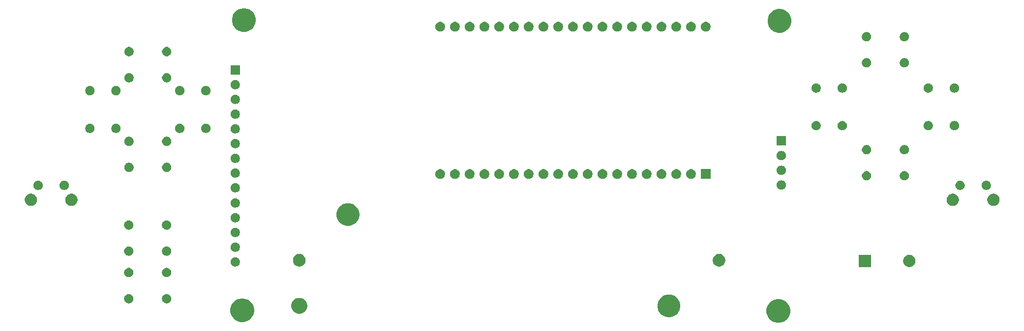
<source format=gts>
G04 #@! TF.GenerationSoftware,KiCad,Pcbnew,5.1.5+dfsg1-2build2*
G04 #@! TF.CreationDate,2022-03-04T17:50:19+01:00*
G04 #@! TF.ProjectId,spelkonsoll,7370656c-6b6f-46e7-936f-6c6c2e6b6963,rev?*
G04 #@! TF.SameCoordinates,Original*
G04 #@! TF.FileFunction,Soldermask,Top*
G04 #@! TF.FilePolarity,Negative*
%FSLAX46Y46*%
G04 Gerber Fmt 4.6, Leading zero omitted, Abs format (unit mm)*
G04 Created by KiCad (PCBNEW 5.1.5+dfsg1-2build2) date 2022-03-04 17:50:19*
%MOMM*%
%LPD*%
G04 APERTURE LIST*
%ADD10C,0.100000*%
G04 APERTURE END LIST*
D10*
G36*
X192166254Y-120694818D02*
G01*
X192539511Y-120849426D01*
X192539513Y-120849427D01*
X192875436Y-121073884D01*
X193161116Y-121359564D01*
X193360451Y-121657889D01*
X193385574Y-121695489D01*
X193540182Y-122068746D01*
X193619000Y-122464993D01*
X193619000Y-122869007D01*
X193540182Y-123265254D01*
X193432018Y-123526384D01*
X193385573Y-123638513D01*
X193161116Y-123974436D01*
X192875436Y-124260116D01*
X192539513Y-124484573D01*
X192539512Y-124484574D01*
X192539511Y-124484574D01*
X192166254Y-124639182D01*
X191770007Y-124718000D01*
X191365993Y-124718000D01*
X190969746Y-124639182D01*
X190596489Y-124484574D01*
X190596488Y-124484574D01*
X190596487Y-124484573D01*
X190260564Y-124260116D01*
X189974884Y-123974436D01*
X189750427Y-123638513D01*
X189703982Y-123526384D01*
X189595818Y-123265254D01*
X189517000Y-122869007D01*
X189517000Y-122464993D01*
X189595818Y-122068746D01*
X189750426Y-121695489D01*
X189775550Y-121657889D01*
X189974884Y-121359564D01*
X190260564Y-121073884D01*
X190596487Y-120849427D01*
X190596489Y-120849426D01*
X190969746Y-120694818D01*
X191365993Y-120616000D01*
X191770007Y-120616000D01*
X192166254Y-120694818D01*
G37*
G36*
X99866254Y-120594818D02*
G01*
X100239511Y-120749426D01*
X100239513Y-120749427D01*
X100575436Y-120973884D01*
X100861116Y-121259564D01*
X100903145Y-121322464D01*
X101085574Y-121595489D01*
X101240182Y-121968746D01*
X101319000Y-122364993D01*
X101319000Y-122769007D01*
X101240182Y-123165254D01*
X101090597Y-123526384D01*
X101085573Y-123538513D01*
X100861116Y-123874436D01*
X100575436Y-124160116D01*
X100239513Y-124384573D01*
X100239512Y-124384574D01*
X100239511Y-124384574D01*
X99866254Y-124539182D01*
X99470007Y-124618000D01*
X99065993Y-124618000D01*
X98669746Y-124539182D01*
X98296489Y-124384574D01*
X98296488Y-124384574D01*
X98296487Y-124384573D01*
X97960564Y-124160116D01*
X97674884Y-123874436D01*
X97450427Y-123538513D01*
X97445403Y-123526384D01*
X97295818Y-123165254D01*
X97217000Y-122769007D01*
X97217000Y-122364993D01*
X97295818Y-121968746D01*
X97450426Y-121595489D01*
X97632856Y-121322464D01*
X97674884Y-121259564D01*
X97960564Y-120973884D01*
X98296487Y-120749427D01*
X98296489Y-120749426D01*
X98669746Y-120594818D01*
X99065993Y-120516000D01*
X99470007Y-120516000D01*
X99866254Y-120594818D01*
G37*
G36*
X173164579Y-119887112D02*
G01*
X173290544Y-119912168D01*
X173437991Y-119973243D01*
X173646512Y-120059615D01*
X173646513Y-120059616D01*
X173966877Y-120273676D01*
X174239324Y-120546123D01*
X174338679Y-120694819D01*
X174453385Y-120866488D01*
X174479572Y-120929710D01*
X174568007Y-121143209D01*
X174600832Y-121222457D01*
X174675033Y-121595487D01*
X174676000Y-121600351D01*
X174676000Y-121985649D01*
X174600832Y-122363544D01*
X174558810Y-122464993D01*
X174453385Y-122719512D01*
X174453384Y-122719513D01*
X174239324Y-123039877D01*
X173966877Y-123312324D01*
X173752816Y-123455355D01*
X173646512Y-123526385D01*
X173437991Y-123612757D01*
X173290544Y-123673832D01*
X173164579Y-123698888D01*
X172912651Y-123749000D01*
X172527349Y-123749000D01*
X172275421Y-123698888D01*
X172149456Y-123673832D01*
X172002009Y-123612757D01*
X171793488Y-123526385D01*
X171687184Y-123455355D01*
X171473123Y-123312324D01*
X171200676Y-123039877D01*
X170986616Y-122719513D01*
X170986615Y-122719512D01*
X170881190Y-122464993D01*
X170839168Y-122363544D01*
X170764000Y-121985649D01*
X170764000Y-121600351D01*
X170764968Y-121595487D01*
X170839168Y-121222457D01*
X170871994Y-121143209D01*
X170960428Y-120929710D01*
X170986615Y-120866488D01*
X171101321Y-120694819D01*
X171200676Y-120546123D01*
X171473123Y-120273676D01*
X171793487Y-120059616D01*
X171793488Y-120059615D01*
X172002009Y-119973243D01*
X172149456Y-119912168D01*
X172275421Y-119887112D01*
X172527349Y-119837000D01*
X172912651Y-119837000D01*
X173164579Y-119887112D01*
G37*
G36*
X109493139Y-120473917D02*
G01*
X109742791Y-120577326D01*
X109967472Y-120727453D01*
X110158547Y-120918528D01*
X110308674Y-121143209D01*
X110412083Y-121392861D01*
X110464800Y-121657889D01*
X110464800Y-121928111D01*
X110412083Y-122193139D01*
X110308674Y-122442791D01*
X110158547Y-122667472D01*
X109967472Y-122858547D01*
X109742791Y-123008674D01*
X109493139Y-123112083D01*
X109228111Y-123164800D01*
X108957889Y-123164800D01*
X108692861Y-123112083D01*
X108443209Y-123008674D01*
X108218528Y-122858547D01*
X108027453Y-122667472D01*
X107877326Y-122442791D01*
X107773917Y-122193139D01*
X107721200Y-121928111D01*
X107721200Y-121657889D01*
X107773917Y-121392861D01*
X107877326Y-121143209D01*
X108027453Y-120918528D01*
X108218528Y-120727453D01*
X108443209Y-120577326D01*
X108692861Y-120473917D01*
X108957889Y-120421200D01*
X109228111Y-120421200D01*
X109493139Y-120473917D01*
G37*
G36*
X79990807Y-119774336D02*
G01*
X80137306Y-119835018D01*
X80137308Y-119835019D01*
X80269155Y-119923116D01*
X80381282Y-120035243D01*
X80397567Y-120059616D01*
X80469380Y-120167092D01*
X80530062Y-120313591D01*
X80560997Y-120469113D01*
X80560997Y-120627687D01*
X80530062Y-120783209D01*
X80469380Y-120929708D01*
X80469379Y-120929710D01*
X80381282Y-121061557D01*
X80269155Y-121173684D01*
X80137308Y-121261781D01*
X80137307Y-121261782D01*
X80137306Y-121261782D01*
X79990807Y-121322464D01*
X79835285Y-121353399D01*
X79676711Y-121353399D01*
X79521189Y-121322464D01*
X79374690Y-121261782D01*
X79374689Y-121261782D01*
X79374688Y-121261781D01*
X79242841Y-121173684D01*
X79130714Y-121061557D01*
X79042617Y-120929710D01*
X79042616Y-120929708D01*
X78981934Y-120783209D01*
X78950999Y-120627687D01*
X78950999Y-120469113D01*
X78981934Y-120313591D01*
X79042616Y-120167092D01*
X79114429Y-120059616D01*
X79130714Y-120035243D01*
X79242841Y-119923116D01*
X79374688Y-119835019D01*
X79374690Y-119835018D01*
X79521189Y-119774336D01*
X79676711Y-119743401D01*
X79835285Y-119743401D01*
X79990807Y-119774336D01*
G37*
G36*
X86490809Y-119774336D02*
G01*
X86637308Y-119835018D01*
X86637310Y-119835019D01*
X86769157Y-119923116D01*
X86881284Y-120035243D01*
X86897569Y-120059616D01*
X86969382Y-120167092D01*
X87030064Y-120313591D01*
X87060999Y-120469113D01*
X87060999Y-120627687D01*
X87030064Y-120783209D01*
X86969382Y-120929708D01*
X86969381Y-120929710D01*
X86881284Y-121061557D01*
X86769157Y-121173684D01*
X86637310Y-121261781D01*
X86637309Y-121261782D01*
X86637308Y-121261782D01*
X86490809Y-121322464D01*
X86335287Y-121353399D01*
X86176713Y-121353399D01*
X86021191Y-121322464D01*
X85874692Y-121261782D01*
X85874691Y-121261782D01*
X85874690Y-121261781D01*
X85742843Y-121173684D01*
X85630716Y-121061557D01*
X85542619Y-120929710D01*
X85542618Y-120929708D01*
X85481936Y-120783209D01*
X85451001Y-120627687D01*
X85451001Y-120469113D01*
X85481936Y-120313591D01*
X85542618Y-120167092D01*
X85614431Y-120059616D01*
X85630716Y-120035243D01*
X85742843Y-119923116D01*
X85874690Y-119835019D01*
X85874692Y-119835018D01*
X86021191Y-119774336D01*
X86176713Y-119743401D01*
X86335287Y-119743401D01*
X86490809Y-119774336D01*
G37*
G36*
X86490809Y-115274335D02*
G01*
X86637308Y-115335017D01*
X86637310Y-115335018D01*
X86769157Y-115423115D01*
X86881284Y-115535242D01*
X86969381Y-115667089D01*
X86969382Y-115667091D01*
X87030064Y-115813590D01*
X87060999Y-115969112D01*
X87060999Y-116127686D01*
X87030064Y-116283208D01*
X86969382Y-116429707D01*
X86969381Y-116429709D01*
X86881284Y-116561556D01*
X86769157Y-116673683D01*
X86637310Y-116761780D01*
X86637309Y-116761781D01*
X86637308Y-116761781D01*
X86490809Y-116822463D01*
X86335287Y-116853398D01*
X86176713Y-116853398D01*
X86021191Y-116822463D01*
X85874692Y-116761781D01*
X85874691Y-116761781D01*
X85874690Y-116761780D01*
X85742843Y-116673683D01*
X85630716Y-116561556D01*
X85542619Y-116429709D01*
X85542618Y-116429707D01*
X85481936Y-116283208D01*
X85451001Y-116127686D01*
X85451001Y-115969112D01*
X85481936Y-115813590D01*
X85542618Y-115667091D01*
X85542619Y-115667089D01*
X85630716Y-115535242D01*
X85742843Y-115423115D01*
X85874690Y-115335018D01*
X85874692Y-115335017D01*
X86021191Y-115274335D01*
X86176713Y-115243400D01*
X86335287Y-115243400D01*
X86490809Y-115274335D01*
G37*
G36*
X79990807Y-115274335D02*
G01*
X80137306Y-115335017D01*
X80137308Y-115335018D01*
X80269155Y-115423115D01*
X80381282Y-115535242D01*
X80469379Y-115667089D01*
X80469380Y-115667091D01*
X80530062Y-115813590D01*
X80560997Y-115969112D01*
X80560997Y-116127686D01*
X80530062Y-116283208D01*
X80469380Y-116429707D01*
X80469379Y-116429709D01*
X80381282Y-116561556D01*
X80269155Y-116673683D01*
X80137308Y-116761780D01*
X80137307Y-116761781D01*
X80137306Y-116761781D01*
X79990807Y-116822463D01*
X79835285Y-116853398D01*
X79676711Y-116853398D01*
X79521189Y-116822463D01*
X79374690Y-116761781D01*
X79374689Y-116761781D01*
X79374688Y-116761780D01*
X79242841Y-116673683D01*
X79130714Y-116561556D01*
X79042617Y-116429709D01*
X79042616Y-116429707D01*
X78981934Y-116283208D01*
X78950999Y-116127686D01*
X78950999Y-115969112D01*
X78981934Y-115813590D01*
X79042616Y-115667091D01*
X79042617Y-115667089D01*
X79130714Y-115535242D01*
X79242841Y-115423115D01*
X79374688Y-115335018D01*
X79374690Y-115335017D01*
X79521189Y-115274335D01*
X79676711Y-115243400D01*
X79835285Y-115243400D01*
X79990807Y-115274335D01*
G37*
G36*
X207553000Y-115097000D02*
G01*
X205451000Y-115097000D01*
X205451000Y-112995000D01*
X207553000Y-112995000D01*
X207553000Y-115097000D01*
G37*
G36*
X214408564Y-113035389D02*
G01*
X214599833Y-113114615D01*
X214599835Y-113114616D01*
X214771973Y-113229635D01*
X214918365Y-113376027D01*
X214997969Y-113495162D01*
X215033385Y-113548167D01*
X215112611Y-113739436D01*
X215153000Y-113942484D01*
X215153000Y-114149516D01*
X215112611Y-114352564D01*
X215077867Y-114436443D01*
X215033384Y-114543835D01*
X214918365Y-114715973D01*
X214771973Y-114862365D01*
X214599835Y-114977384D01*
X214599834Y-114977385D01*
X214599833Y-114977385D01*
X214408564Y-115056611D01*
X214205516Y-115097000D01*
X213998484Y-115097000D01*
X213795436Y-115056611D01*
X213604167Y-114977385D01*
X213604166Y-114977385D01*
X213604165Y-114977384D01*
X213432027Y-114862365D01*
X213285635Y-114715973D01*
X213170616Y-114543835D01*
X213126133Y-114436443D01*
X213091389Y-114352564D01*
X213051000Y-114149516D01*
X213051000Y-113942484D01*
X213091389Y-113739436D01*
X213170615Y-113548167D01*
X213206032Y-113495162D01*
X213285635Y-113376027D01*
X213432027Y-113229635D01*
X213604165Y-113114616D01*
X213604167Y-113114615D01*
X213795436Y-113035389D01*
X213998484Y-112995000D01*
X214205516Y-112995000D01*
X214408564Y-113035389D01*
G37*
G36*
X109306116Y-112847590D02*
G01*
X109411641Y-112868580D01*
X109610446Y-112950927D01*
X109789365Y-113070477D01*
X109941523Y-113222635D01*
X110061073Y-113401554D01*
X110143420Y-113600359D01*
X110185400Y-113811408D01*
X110185400Y-114026592D01*
X110143420Y-114237641D01*
X110061073Y-114436446D01*
X109941523Y-114615365D01*
X109789365Y-114767523D01*
X109610446Y-114887073D01*
X109411641Y-114969420D01*
X109200593Y-115011400D01*
X108985407Y-115011400D01*
X108774359Y-114969420D01*
X108575554Y-114887073D01*
X108396635Y-114767523D01*
X108244477Y-114615365D01*
X108124927Y-114436446D01*
X108042580Y-114237641D01*
X108000600Y-114026592D01*
X108000600Y-113811408D01*
X108042580Y-113600359D01*
X108124927Y-113401554D01*
X108244477Y-113222635D01*
X108396635Y-113070477D01*
X108575554Y-112950927D01*
X108774359Y-112868580D01*
X108879884Y-112847590D01*
X108985407Y-112826600D01*
X109200593Y-112826600D01*
X109306116Y-112847590D01*
G37*
G36*
X181569116Y-112847590D02*
G01*
X181674641Y-112868580D01*
X181873446Y-112950927D01*
X182052365Y-113070477D01*
X182204523Y-113222635D01*
X182324073Y-113401554D01*
X182406420Y-113600359D01*
X182448400Y-113811408D01*
X182448400Y-114026592D01*
X182406420Y-114237641D01*
X182324073Y-114436446D01*
X182204523Y-114615365D01*
X182052365Y-114767523D01*
X181873446Y-114887073D01*
X181674641Y-114969420D01*
X181463593Y-115011400D01*
X181248407Y-115011400D01*
X181037359Y-114969420D01*
X180838554Y-114887073D01*
X180659635Y-114767523D01*
X180507477Y-114615365D01*
X180387927Y-114436446D01*
X180305580Y-114237641D01*
X180263600Y-114026592D01*
X180263600Y-113811408D01*
X180305580Y-113600359D01*
X180387927Y-113401554D01*
X180507477Y-113222635D01*
X180659635Y-113070477D01*
X180838554Y-112950927D01*
X181037359Y-112868580D01*
X181142884Y-112847590D01*
X181248407Y-112826600D01*
X181463593Y-112826600D01*
X181569116Y-112847590D01*
G37*
G36*
X98301642Y-113434781D02*
G01*
X98447414Y-113495162D01*
X98447416Y-113495163D01*
X98578608Y-113582822D01*
X98690178Y-113694392D01*
X98720275Y-113739436D01*
X98777838Y-113825586D01*
X98838219Y-113971358D01*
X98869000Y-114126107D01*
X98869000Y-114283893D01*
X98838219Y-114438642D01*
X98794647Y-114543833D01*
X98777837Y-114584416D01*
X98690178Y-114715608D01*
X98578608Y-114827178D01*
X98447416Y-114914837D01*
X98447415Y-114914838D01*
X98447414Y-114914838D01*
X98301642Y-114975219D01*
X98146893Y-115006000D01*
X97989107Y-115006000D01*
X97834358Y-114975219D01*
X97688586Y-114914838D01*
X97688585Y-114914838D01*
X97688584Y-114914837D01*
X97557392Y-114827178D01*
X97445822Y-114715608D01*
X97358163Y-114584416D01*
X97341353Y-114543833D01*
X97297781Y-114438642D01*
X97267000Y-114283893D01*
X97267000Y-114126107D01*
X97297781Y-113971358D01*
X97358162Y-113825586D01*
X97415725Y-113739436D01*
X97445822Y-113694392D01*
X97557392Y-113582822D01*
X97688584Y-113495163D01*
X97688586Y-113495162D01*
X97834358Y-113434781D01*
X97989107Y-113404000D01*
X98146893Y-113404000D01*
X98301642Y-113434781D01*
G37*
G36*
X86490809Y-111574336D02*
G01*
X86637308Y-111635018D01*
X86637310Y-111635019D01*
X86769157Y-111723116D01*
X86881284Y-111835243D01*
X86923646Y-111898643D01*
X86969382Y-111967092D01*
X87030064Y-112113591D01*
X87060999Y-112269113D01*
X87060999Y-112427687D01*
X87030064Y-112583209D01*
X86969382Y-112729708D01*
X86969381Y-112729710D01*
X86881284Y-112861557D01*
X86769157Y-112973684D01*
X86637310Y-113061781D01*
X86637309Y-113061782D01*
X86637308Y-113061782D01*
X86490809Y-113122464D01*
X86335287Y-113153399D01*
X86176713Y-113153399D01*
X86021191Y-113122464D01*
X85874692Y-113061782D01*
X85874691Y-113061782D01*
X85874690Y-113061781D01*
X85742843Y-112973684D01*
X85630716Y-112861557D01*
X85542619Y-112729710D01*
X85542618Y-112729708D01*
X85481936Y-112583209D01*
X85451001Y-112427687D01*
X85451001Y-112269113D01*
X85481936Y-112113591D01*
X85542618Y-111967092D01*
X85588354Y-111898643D01*
X85630716Y-111835243D01*
X85742843Y-111723116D01*
X85874690Y-111635019D01*
X85874692Y-111635018D01*
X86021191Y-111574336D01*
X86176713Y-111543401D01*
X86335287Y-111543401D01*
X86490809Y-111574336D01*
G37*
G36*
X79990807Y-111574336D02*
G01*
X80137306Y-111635018D01*
X80137308Y-111635019D01*
X80269155Y-111723116D01*
X80381282Y-111835243D01*
X80423644Y-111898643D01*
X80469380Y-111967092D01*
X80530062Y-112113591D01*
X80560997Y-112269113D01*
X80560997Y-112427687D01*
X80530062Y-112583209D01*
X80469380Y-112729708D01*
X80469379Y-112729710D01*
X80381282Y-112861557D01*
X80269155Y-112973684D01*
X80137308Y-113061781D01*
X80137307Y-113061782D01*
X80137306Y-113061782D01*
X79990807Y-113122464D01*
X79835285Y-113153399D01*
X79676711Y-113153399D01*
X79521189Y-113122464D01*
X79374690Y-113061782D01*
X79374689Y-113061782D01*
X79374688Y-113061781D01*
X79242841Y-112973684D01*
X79130714Y-112861557D01*
X79042617Y-112729710D01*
X79042616Y-112729708D01*
X78981934Y-112583209D01*
X78950999Y-112427687D01*
X78950999Y-112269113D01*
X78981934Y-112113591D01*
X79042616Y-111967092D01*
X79088352Y-111898643D01*
X79130714Y-111835243D01*
X79242841Y-111723116D01*
X79374688Y-111635019D01*
X79374690Y-111635018D01*
X79521189Y-111574336D01*
X79676711Y-111543401D01*
X79835285Y-111543401D01*
X79990807Y-111574336D01*
G37*
G36*
X98301642Y-110894781D02*
G01*
X98447414Y-110955162D01*
X98447416Y-110955163D01*
X98578608Y-111042822D01*
X98690178Y-111154392D01*
X98777837Y-111285584D01*
X98777838Y-111285586D01*
X98838219Y-111431358D01*
X98869000Y-111586107D01*
X98869000Y-111743893D01*
X98838219Y-111898642D01*
X98809866Y-111967092D01*
X98777837Y-112044416D01*
X98690178Y-112175608D01*
X98578608Y-112287178D01*
X98447416Y-112374837D01*
X98447415Y-112374838D01*
X98447414Y-112374838D01*
X98301642Y-112435219D01*
X98146893Y-112466000D01*
X97989107Y-112466000D01*
X97834358Y-112435219D01*
X97688586Y-112374838D01*
X97688585Y-112374838D01*
X97688584Y-112374837D01*
X97557392Y-112287178D01*
X97445822Y-112175608D01*
X97358163Y-112044416D01*
X97326134Y-111967092D01*
X97297781Y-111898642D01*
X97267000Y-111743893D01*
X97267000Y-111586107D01*
X97297781Y-111431358D01*
X97358162Y-111285586D01*
X97358163Y-111285584D01*
X97445822Y-111154392D01*
X97557392Y-111042822D01*
X97688584Y-110955163D01*
X97688586Y-110955162D01*
X97834358Y-110894781D01*
X97989107Y-110864000D01*
X98146893Y-110864000D01*
X98301642Y-110894781D01*
G37*
G36*
X98301642Y-108354781D02*
G01*
X98447414Y-108415162D01*
X98447416Y-108415163D01*
X98578608Y-108502822D01*
X98690178Y-108614392D01*
X98777837Y-108745584D01*
X98777838Y-108745586D01*
X98838219Y-108891358D01*
X98869000Y-109046107D01*
X98869000Y-109203893D01*
X98838219Y-109358642D01*
X98777838Y-109504414D01*
X98777837Y-109504416D01*
X98690178Y-109635608D01*
X98578608Y-109747178D01*
X98447416Y-109834837D01*
X98447415Y-109834838D01*
X98447414Y-109834838D01*
X98301642Y-109895219D01*
X98146893Y-109926000D01*
X97989107Y-109926000D01*
X97834358Y-109895219D01*
X97688586Y-109834838D01*
X97688585Y-109834838D01*
X97688584Y-109834837D01*
X97557392Y-109747178D01*
X97445822Y-109635608D01*
X97358163Y-109504416D01*
X97358162Y-109504414D01*
X97297781Y-109358642D01*
X97267000Y-109203893D01*
X97267000Y-109046107D01*
X97297781Y-108891358D01*
X97358162Y-108745586D01*
X97358163Y-108745584D01*
X97445822Y-108614392D01*
X97557392Y-108502822D01*
X97688584Y-108415163D01*
X97688586Y-108415162D01*
X97834358Y-108354781D01*
X97989107Y-108324000D01*
X98146893Y-108324000D01*
X98301642Y-108354781D01*
G37*
G36*
X86490809Y-107074335D02*
G01*
X86637308Y-107135017D01*
X86637310Y-107135018D01*
X86769157Y-107223115D01*
X86881284Y-107335242D01*
X86894631Y-107355218D01*
X86969382Y-107467091D01*
X87030064Y-107613590D01*
X87060999Y-107769112D01*
X87060999Y-107927686D01*
X87030064Y-108083208D01*
X86969382Y-108229707D01*
X86969381Y-108229709D01*
X86881284Y-108361556D01*
X86769157Y-108473683D01*
X86637310Y-108561780D01*
X86637309Y-108561781D01*
X86637308Y-108561781D01*
X86490809Y-108622463D01*
X86335287Y-108653398D01*
X86176713Y-108653398D01*
X86021191Y-108622463D01*
X85874692Y-108561781D01*
X85874691Y-108561781D01*
X85874690Y-108561780D01*
X85742843Y-108473683D01*
X85630716Y-108361556D01*
X85542619Y-108229709D01*
X85542618Y-108229707D01*
X85481936Y-108083208D01*
X85451001Y-107927686D01*
X85451001Y-107769112D01*
X85481936Y-107613590D01*
X85542618Y-107467091D01*
X85617369Y-107355218D01*
X85630716Y-107335242D01*
X85742843Y-107223115D01*
X85874690Y-107135018D01*
X85874692Y-107135017D01*
X86021191Y-107074335D01*
X86176713Y-107043400D01*
X86335287Y-107043400D01*
X86490809Y-107074335D01*
G37*
G36*
X79990807Y-107074335D02*
G01*
X80137306Y-107135017D01*
X80137308Y-107135018D01*
X80269155Y-107223115D01*
X80381282Y-107335242D01*
X80394629Y-107355218D01*
X80469380Y-107467091D01*
X80530062Y-107613590D01*
X80560997Y-107769112D01*
X80560997Y-107927686D01*
X80530062Y-108083208D01*
X80469380Y-108229707D01*
X80469379Y-108229709D01*
X80381282Y-108361556D01*
X80269155Y-108473683D01*
X80137308Y-108561780D01*
X80137307Y-108561781D01*
X80137306Y-108561781D01*
X79990807Y-108622463D01*
X79835285Y-108653398D01*
X79676711Y-108653398D01*
X79521189Y-108622463D01*
X79374690Y-108561781D01*
X79374689Y-108561781D01*
X79374688Y-108561780D01*
X79242841Y-108473683D01*
X79130714Y-108361556D01*
X79042617Y-108229709D01*
X79042616Y-108229707D01*
X78981934Y-108083208D01*
X78950999Y-107927686D01*
X78950999Y-107769112D01*
X78981934Y-107613590D01*
X79042616Y-107467091D01*
X79117367Y-107355218D01*
X79130714Y-107335242D01*
X79242841Y-107223115D01*
X79374688Y-107135018D01*
X79374690Y-107135017D01*
X79521189Y-107074335D01*
X79676711Y-107043400D01*
X79835285Y-107043400D01*
X79990807Y-107074335D01*
G37*
G36*
X117919579Y-104139112D02*
G01*
X118045544Y-104164168D01*
X118192991Y-104225243D01*
X118401512Y-104311615D01*
X118420827Y-104324521D01*
X118721877Y-104525676D01*
X118994324Y-104798123D01*
X119005746Y-104815218D01*
X119208385Y-105118488D01*
X119355832Y-105474457D01*
X119431000Y-105852349D01*
X119431000Y-106237651D01*
X119355832Y-106615543D01*
X119208385Y-106971512D01*
X119208384Y-106971513D01*
X118994324Y-107291877D01*
X118721877Y-107564324D01*
X118507816Y-107707355D01*
X118401512Y-107778385D01*
X118192991Y-107864757D01*
X118045544Y-107925832D01*
X117919579Y-107950888D01*
X117667651Y-108001000D01*
X117282349Y-108001000D01*
X117030421Y-107950888D01*
X116904456Y-107925832D01*
X116757009Y-107864757D01*
X116548488Y-107778385D01*
X116442184Y-107707355D01*
X116228123Y-107564324D01*
X115955676Y-107291877D01*
X115741616Y-106971513D01*
X115741615Y-106971512D01*
X115594168Y-106615543D01*
X115519000Y-106237651D01*
X115519000Y-105852349D01*
X115594168Y-105474457D01*
X115741615Y-105118488D01*
X115944254Y-104815218D01*
X115955676Y-104798123D01*
X116228123Y-104525676D01*
X116529173Y-104324521D01*
X116548488Y-104311615D01*
X116757009Y-104225243D01*
X116904456Y-104164168D01*
X117030421Y-104139112D01*
X117282349Y-104089000D01*
X117667651Y-104089000D01*
X117919579Y-104139112D01*
G37*
G36*
X98301642Y-105814781D02*
G01*
X98447414Y-105875162D01*
X98447416Y-105875163D01*
X98578608Y-105962822D01*
X98690178Y-106074392D01*
X98777837Y-106205584D01*
X98777838Y-106205586D01*
X98838219Y-106351358D01*
X98869000Y-106506107D01*
X98869000Y-106663893D01*
X98838219Y-106818642D01*
X98777838Y-106964414D01*
X98777837Y-106964416D01*
X98690178Y-107095608D01*
X98578608Y-107207178D01*
X98447416Y-107294837D01*
X98447415Y-107294838D01*
X98447414Y-107294838D01*
X98301642Y-107355219D01*
X98146893Y-107386000D01*
X97989107Y-107386000D01*
X97834358Y-107355219D01*
X97688586Y-107294838D01*
X97688585Y-107294838D01*
X97688584Y-107294837D01*
X97557392Y-107207178D01*
X97445822Y-107095608D01*
X97358163Y-106964416D01*
X97358162Y-106964414D01*
X97297781Y-106818642D01*
X97267000Y-106663893D01*
X97267000Y-106506107D01*
X97297781Y-106351358D01*
X97358162Y-106205586D01*
X97358163Y-106205584D01*
X97445822Y-106074392D01*
X97557392Y-105962822D01*
X97688584Y-105875163D01*
X97688586Y-105875162D01*
X97834358Y-105814781D01*
X97989107Y-105784000D01*
X98146893Y-105784000D01*
X98301642Y-105814781D01*
G37*
G36*
X98301642Y-103274781D02*
G01*
X98447414Y-103335162D01*
X98447416Y-103335163D01*
X98578608Y-103422822D01*
X98690178Y-103534392D01*
X98777837Y-103665584D01*
X98777838Y-103665586D01*
X98838219Y-103811358D01*
X98869000Y-103966107D01*
X98869000Y-104123893D01*
X98838219Y-104278642D01*
X98819215Y-104324521D01*
X98777837Y-104424416D01*
X98690178Y-104555608D01*
X98578608Y-104667178D01*
X98447416Y-104754837D01*
X98447415Y-104754838D01*
X98447414Y-104754838D01*
X98301642Y-104815219D01*
X98146893Y-104846000D01*
X97989107Y-104846000D01*
X97834358Y-104815219D01*
X97688586Y-104754838D01*
X97688585Y-104754838D01*
X97688584Y-104754837D01*
X97557392Y-104667178D01*
X97445822Y-104555608D01*
X97358163Y-104424416D01*
X97316785Y-104324521D01*
X97297781Y-104278642D01*
X97267000Y-104123893D01*
X97267000Y-103966107D01*
X97297781Y-103811358D01*
X97358162Y-103665586D01*
X97358163Y-103665584D01*
X97445822Y-103534392D01*
X97557392Y-103422822D01*
X97688584Y-103335163D01*
X97688586Y-103335162D01*
X97834358Y-103274781D01*
X97989107Y-103244000D01*
X98146893Y-103244000D01*
X98301642Y-103274781D01*
G37*
G36*
X228907750Y-102490483D02*
G01*
X229099758Y-102570015D01*
X229099759Y-102570016D01*
X229272563Y-102685480D01*
X229419520Y-102832437D01*
X229419521Y-102832439D01*
X229534985Y-103005242D01*
X229614517Y-103197250D01*
X229655062Y-103401084D01*
X229655062Y-103608916D01*
X229614517Y-103812750D01*
X229534985Y-104004758D01*
X229534984Y-104004759D01*
X229419520Y-104177563D01*
X229272563Y-104324520D01*
X229185573Y-104382645D01*
X229099758Y-104439985D01*
X228907750Y-104519517D01*
X228703916Y-104560062D01*
X228496084Y-104560062D01*
X228292250Y-104519517D01*
X228100242Y-104439985D01*
X228014427Y-104382645D01*
X227927437Y-104324520D01*
X227780480Y-104177563D01*
X227665016Y-104004759D01*
X227665015Y-104004758D01*
X227585483Y-103812750D01*
X227544938Y-103608916D01*
X227544938Y-103401084D01*
X227585483Y-103197250D01*
X227665015Y-103005242D01*
X227780479Y-102832439D01*
X227780480Y-102832437D01*
X227927437Y-102685480D01*
X228100241Y-102570016D01*
X228100242Y-102570015D01*
X228292250Y-102490483D01*
X228496084Y-102449938D01*
X228703916Y-102449938D01*
X228907750Y-102490483D01*
G37*
G36*
X63192751Y-102490483D02*
G01*
X63384759Y-102570015D01*
X63384760Y-102570016D01*
X63557564Y-102685480D01*
X63704521Y-102832437D01*
X63704522Y-102832439D01*
X63819986Y-103005242D01*
X63899518Y-103197250D01*
X63940063Y-103401084D01*
X63940063Y-103608916D01*
X63899518Y-103812750D01*
X63819986Y-104004758D01*
X63819985Y-104004759D01*
X63704521Y-104177563D01*
X63557564Y-104324520D01*
X63470574Y-104382645D01*
X63384759Y-104439985D01*
X63192751Y-104519517D01*
X62988917Y-104560062D01*
X62781085Y-104560062D01*
X62577251Y-104519517D01*
X62385243Y-104439985D01*
X62299428Y-104382645D01*
X62212438Y-104324520D01*
X62065481Y-104177563D01*
X61950017Y-104004759D01*
X61950016Y-104004758D01*
X61870484Y-103812750D01*
X61829939Y-103608916D01*
X61829939Y-103401084D01*
X61870484Y-103197250D01*
X61950016Y-103005242D01*
X62065480Y-102832439D01*
X62065481Y-102832437D01*
X62212438Y-102685480D01*
X62385242Y-102570016D01*
X62385243Y-102570015D01*
X62577251Y-102490483D01*
X62781085Y-102449938D01*
X62988917Y-102449938D01*
X63192751Y-102490483D01*
G37*
G36*
X70192750Y-102490483D02*
G01*
X70384758Y-102570015D01*
X70384759Y-102570016D01*
X70557563Y-102685480D01*
X70704520Y-102832437D01*
X70704521Y-102832439D01*
X70819985Y-103005242D01*
X70899517Y-103197250D01*
X70940062Y-103401084D01*
X70940062Y-103608916D01*
X70899517Y-103812750D01*
X70819985Y-104004758D01*
X70819984Y-104004759D01*
X70704520Y-104177563D01*
X70557563Y-104324520D01*
X70470573Y-104382645D01*
X70384758Y-104439985D01*
X70192750Y-104519517D01*
X69988916Y-104560062D01*
X69781084Y-104560062D01*
X69577250Y-104519517D01*
X69385242Y-104439985D01*
X69299427Y-104382645D01*
X69212437Y-104324520D01*
X69065480Y-104177563D01*
X68950016Y-104004759D01*
X68950015Y-104004758D01*
X68870483Y-103812750D01*
X68829938Y-103608916D01*
X68829938Y-103401084D01*
X68870483Y-103197250D01*
X68950015Y-103005242D01*
X69065479Y-102832439D01*
X69065480Y-102832437D01*
X69212437Y-102685480D01*
X69385241Y-102570016D01*
X69385242Y-102570015D01*
X69577250Y-102490483D01*
X69781084Y-102449938D01*
X69988916Y-102449938D01*
X70192750Y-102490483D01*
G37*
G36*
X221907751Y-102490483D02*
G01*
X222099759Y-102570015D01*
X222099760Y-102570016D01*
X222272564Y-102685480D01*
X222419521Y-102832437D01*
X222419522Y-102832439D01*
X222534986Y-103005242D01*
X222614518Y-103197250D01*
X222655063Y-103401084D01*
X222655063Y-103608916D01*
X222614518Y-103812750D01*
X222534986Y-104004758D01*
X222534985Y-104004759D01*
X222419521Y-104177563D01*
X222272564Y-104324520D01*
X222185574Y-104382645D01*
X222099759Y-104439985D01*
X221907751Y-104519517D01*
X221703917Y-104560062D01*
X221496085Y-104560062D01*
X221292251Y-104519517D01*
X221100243Y-104439985D01*
X221014428Y-104382645D01*
X220927438Y-104324520D01*
X220780481Y-104177563D01*
X220665017Y-104004759D01*
X220665016Y-104004758D01*
X220585484Y-103812750D01*
X220544939Y-103608916D01*
X220544939Y-103401084D01*
X220585484Y-103197250D01*
X220665016Y-103005242D01*
X220780480Y-102832439D01*
X220780481Y-102832437D01*
X220927438Y-102685480D01*
X221100242Y-102570016D01*
X221100243Y-102570015D01*
X221292251Y-102490483D01*
X221496085Y-102449938D01*
X221703917Y-102449938D01*
X221907751Y-102490483D01*
G37*
G36*
X98301642Y-100656781D02*
G01*
X98447414Y-100717162D01*
X98447416Y-100717163D01*
X98578608Y-100804822D01*
X98690178Y-100916392D01*
X98696407Y-100925715D01*
X98777838Y-101047586D01*
X98838219Y-101193358D01*
X98869000Y-101348107D01*
X98869000Y-101505893D01*
X98838219Y-101660642D01*
X98789167Y-101779063D01*
X98777837Y-101806416D01*
X98690178Y-101937608D01*
X98578608Y-102049178D01*
X98447416Y-102136837D01*
X98447415Y-102136838D01*
X98447414Y-102136838D01*
X98301642Y-102197219D01*
X98146893Y-102228000D01*
X97989107Y-102228000D01*
X97834358Y-102197219D01*
X97688586Y-102136838D01*
X97688585Y-102136838D01*
X97688584Y-102136837D01*
X97557392Y-102049178D01*
X97445822Y-101937608D01*
X97358163Y-101806416D01*
X97346833Y-101779063D01*
X97297781Y-101660642D01*
X97267000Y-101505893D01*
X97267000Y-101348107D01*
X97297781Y-101193358D01*
X97358162Y-101047586D01*
X97439593Y-100925715D01*
X97445822Y-100916392D01*
X97557392Y-100804822D01*
X97688584Y-100717163D01*
X97688586Y-100717162D01*
X97834358Y-100656781D01*
X97989107Y-100626000D01*
X98146893Y-100626000D01*
X98301642Y-100656781D01*
G37*
G36*
X227584810Y-100230936D02*
G01*
X227731309Y-100291618D01*
X227731311Y-100291619D01*
X227863158Y-100379716D01*
X227975285Y-100491843D01*
X228029957Y-100573666D01*
X228063383Y-100623692D01*
X228124065Y-100770191D01*
X228155000Y-100925713D01*
X228155000Y-101084287D01*
X228124065Y-101239809D01*
X228079206Y-101348107D01*
X228063382Y-101386310D01*
X227975285Y-101518157D01*
X227863158Y-101630284D01*
X227731311Y-101718381D01*
X227731310Y-101718382D01*
X227731309Y-101718382D01*
X227584810Y-101779064D01*
X227429288Y-101809999D01*
X227270714Y-101809999D01*
X227115192Y-101779064D01*
X226968693Y-101718382D01*
X226968692Y-101718382D01*
X226968691Y-101718381D01*
X226836844Y-101630284D01*
X226724717Y-101518157D01*
X226636620Y-101386310D01*
X226620796Y-101348107D01*
X226575937Y-101239809D01*
X226545002Y-101084287D01*
X226545002Y-100925713D01*
X226575937Y-100770191D01*
X226636619Y-100623692D01*
X226670045Y-100573666D01*
X226724717Y-100491843D01*
X226836844Y-100379716D01*
X226968691Y-100291619D01*
X226968693Y-100291618D01*
X227115192Y-100230936D01*
X227270714Y-100200001D01*
X227429288Y-100200001D01*
X227584810Y-100230936D01*
G37*
G36*
X68869810Y-100230936D02*
G01*
X69016309Y-100291618D01*
X69016311Y-100291619D01*
X69148158Y-100379716D01*
X69260285Y-100491843D01*
X69314957Y-100573666D01*
X69348383Y-100623692D01*
X69409065Y-100770191D01*
X69440000Y-100925713D01*
X69440000Y-101084287D01*
X69409065Y-101239809D01*
X69364206Y-101348107D01*
X69348382Y-101386310D01*
X69260285Y-101518157D01*
X69148158Y-101630284D01*
X69016311Y-101718381D01*
X69016310Y-101718382D01*
X69016309Y-101718382D01*
X68869810Y-101779064D01*
X68714288Y-101809999D01*
X68555714Y-101809999D01*
X68400192Y-101779064D01*
X68253693Y-101718382D01*
X68253692Y-101718382D01*
X68253691Y-101718381D01*
X68121844Y-101630284D01*
X68009717Y-101518157D01*
X67921620Y-101386310D01*
X67905796Y-101348107D01*
X67860937Y-101239809D01*
X67830002Y-101084287D01*
X67830002Y-100925713D01*
X67860937Y-100770191D01*
X67921619Y-100623692D01*
X67955045Y-100573666D01*
X68009717Y-100491843D01*
X68121844Y-100379716D01*
X68253691Y-100291619D01*
X68253693Y-100291618D01*
X68400192Y-100230936D01*
X68555714Y-100200001D01*
X68714288Y-100200001D01*
X68869810Y-100230936D01*
G37*
G36*
X64369809Y-100230936D02*
G01*
X64516308Y-100291618D01*
X64516310Y-100291619D01*
X64648157Y-100379716D01*
X64760284Y-100491843D01*
X64814956Y-100573666D01*
X64848382Y-100623692D01*
X64909064Y-100770191D01*
X64939999Y-100925713D01*
X64939999Y-101084287D01*
X64909064Y-101239809D01*
X64864205Y-101348107D01*
X64848381Y-101386310D01*
X64760284Y-101518157D01*
X64648157Y-101630284D01*
X64516310Y-101718381D01*
X64516309Y-101718382D01*
X64516308Y-101718382D01*
X64369809Y-101779064D01*
X64214287Y-101809999D01*
X64055713Y-101809999D01*
X63900191Y-101779064D01*
X63753692Y-101718382D01*
X63753691Y-101718382D01*
X63753690Y-101718381D01*
X63621843Y-101630284D01*
X63509716Y-101518157D01*
X63421619Y-101386310D01*
X63405795Y-101348107D01*
X63360936Y-101239809D01*
X63330001Y-101084287D01*
X63330001Y-100925713D01*
X63360936Y-100770191D01*
X63421618Y-100623692D01*
X63455044Y-100573666D01*
X63509716Y-100491843D01*
X63621843Y-100379716D01*
X63753690Y-100291619D01*
X63753692Y-100291618D01*
X63900191Y-100230936D01*
X64055713Y-100200001D01*
X64214287Y-100200001D01*
X64369809Y-100230936D01*
G37*
G36*
X223084809Y-100230936D02*
G01*
X223231308Y-100291618D01*
X223231310Y-100291619D01*
X223363157Y-100379716D01*
X223475284Y-100491843D01*
X223529956Y-100573666D01*
X223563382Y-100623692D01*
X223624064Y-100770191D01*
X223654999Y-100925713D01*
X223654999Y-101084287D01*
X223624064Y-101239809D01*
X223579205Y-101348107D01*
X223563381Y-101386310D01*
X223475284Y-101518157D01*
X223363157Y-101630284D01*
X223231310Y-101718381D01*
X223231309Y-101718382D01*
X223231308Y-101718382D01*
X223084809Y-101779064D01*
X222929287Y-101809999D01*
X222770713Y-101809999D01*
X222615191Y-101779064D01*
X222468692Y-101718382D01*
X222468691Y-101718382D01*
X222468690Y-101718381D01*
X222336843Y-101630284D01*
X222224716Y-101518157D01*
X222136619Y-101386310D01*
X222120795Y-101348107D01*
X222075936Y-101239809D01*
X222045001Y-101084287D01*
X222045001Y-100925713D01*
X222075936Y-100770191D01*
X222136618Y-100623692D01*
X222170044Y-100573666D01*
X222224716Y-100491843D01*
X222336843Y-100379716D01*
X222468690Y-100291619D01*
X222468692Y-100291618D01*
X222615191Y-100230936D01*
X222770713Y-100200001D01*
X222929287Y-100200001D01*
X223084809Y-100230936D01*
G37*
G36*
X192309262Y-100182861D02*
G01*
X192425327Y-100230937D01*
X192455036Y-100243243D01*
X192586228Y-100330902D01*
X192697798Y-100442472D01*
X192730786Y-100491843D01*
X192785458Y-100573666D01*
X192845839Y-100719438D01*
X192876620Y-100874187D01*
X192876620Y-101031973D01*
X192845839Y-101186722D01*
X192823849Y-101239810D01*
X192785457Y-101332496D01*
X192697798Y-101463688D01*
X192586228Y-101575258D01*
X192455036Y-101662917D01*
X192455035Y-101662918D01*
X192455034Y-101662918D01*
X192309262Y-101723299D01*
X192154513Y-101754080D01*
X191996727Y-101754080D01*
X191841978Y-101723299D01*
X191696206Y-101662918D01*
X191696205Y-101662918D01*
X191696204Y-101662917D01*
X191565012Y-101575258D01*
X191453442Y-101463688D01*
X191365783Y-101332496D01*
X191327391Y-101239810D01*
X191305401Y-101186722D01*
X191274620Y-101031973D01*
X191274620Y-100874187D01*
X191305401Y-100719438D01*
X191365782Y-100573666D01*
X191420454Y-100491843D01*
X191453442Y-100442472D01*
X191565012Y-100330902D01*
X191696204Y-100243243D01*
X191725913Y-100230937D01*
X191841978Y-100182861D01*
X191996727Y-100152080D01*
X192154513Y-100152080D01*
X192309262Y-100182861D01*
G37*
G36*
X213493211Y-98594937D02*
G01*
X213618233Y-98646723D01*
X213639712Y-98655620D01*
X213771559Y-98743717D01*
X213883686Y-98855844D01*
X213971783Y-98987691D01*
X213971784Y-98987693D01*
X214032466Y-99134192D01*
X214063401Y-99289714D01*
X214063401Y-99448288D01*
X214032466Y-99603810D01*
X214010343Y-99657219D01*
X213971783Y-99750311D01*
X213883686Y-99882158D01*
X213771559Y-99994285D01*
X213639712Y-100082382D01*
X213639711Y-100082383D01*
X213639710Y-100082383D01*
X213493211Y-100143065D01*
X213337689Y-100174000D01*
X213179115Y-100174000D01*
X213023593Y-100143065D01*
X212877094Y-100082383D01*
X212877093Y-100082383D01*
X212877092Y-100082382D01*
X212745245Y-99994285D01*
X212633118Y-99882158D01*
X212545021Y-99750311D01*
X212506461Y-99657219D01*
X212484338Y-99603810D01*
X212453403Y-99448288D01*
X212453403Y-99289714D01*
X212484338Y-99134192D01*
X212545020Y-98987693D01*
X212545021Y-98987691D01*
X212633118Y-98855844D01*
X212745245Y-98743717D01*
X212877092Y-98655620D01*
X212898571Y-98646723D01*
X213023593Y-98594937D01*
X213179115Y-98564002D01*
X213337689Y-98564002D01*
X213493211Y-98594937D01*
G37*
G36*
X206993209Y-98594937D02*
G01*
X207118231Y-98646723D01*
X207139710Y-98655620D01*
X207271557Y-98743717D01*
X207383684Y-98855844D01*
X207471781Y-98987691D01*
X207471782Y-98987693D01*
X207532464Y-99134192D01*
X207563399Y-99289714D01*
X207563399Y-99448288D01*
X207532464Y-99603810D01*
X207510341Y-99657219D01*
X207471781Y-99750311D01*
X207383684Y-99882158D01*
X207271557Y-99994285D01*
X207139710Y-100082382D01*
X207139709Y-100082383D01*
X207139708Y-100082383D01*
X206993209Y-100143065D01*
X206837687Y-100174000D01*
X206679113Y-100174000D01*
X206523591Y-100143065D01*
X206377092Y-100082383D01*
X206377091Y-100082383D01*
X206377090Y-100082382D01*
X206245243Y-99994285D01*
X206133116Y-99882158D01*
X206045019Y-99750311D01*
X206006459Y-99657219D01*
X205984336Y-99603810D01*
X205953401Y-99448288D01*
X205953401Y-99289714D01*
X205984336Y-99134192D01*
X206045018Y-98987693D01*
X206045019Y-98987691D01*
X206133116Y-98855844D01*
X206245243Y-98743717D01*
X206377090Y-98655620D01*
X206398569Y-98646723D01*
X206523591Y-98594937D01*
X206679113Y-98564002D01*
X206837687Y-98564002D01*
X206993209Y-98594937D01*
G37*
G36*
X156452394Y-98260934D02*
G01*
X156603624Y-98323576D01*
X156603626Y-98323577D01*
X156739732Y-98414520D01*
X156855480Y-98530268D01*
X156939237Y-98655620D01*
X156946424Y-98666376D01*
X157009066Y-98817606D01*
X157041000Y-98978152D01*
X157041000Y-99141848D01*
X157009066Y-99302394D01*
X156948635Y-99448286D01*
X156946423Y-99453626D01*
X156855480Y-99589732D01*
X156739732Y-99705480D01*
X156603626Y-99796423D01*
X156603625Y-99796424D01*
X156603624Y-99796424D01*
X156452394Y-99859066D01*
X156291848Y-99891000D01*
X156128152Y-99891000D01*
X155967606Y-99859066D01*
X155816376Y-99796424D01*
X155816375Y-99796424D01*
X155816374Y-99796423D01*
X155680268Y-99705480D01*
X155564520Y-99589732D01*
X155473577Y-99453626D01*
X155471365Y-99448286D01*
X155410934Y-99302394D01*
X155379000Y-99141848D01*
X155379000Y-98978152D01*
X155410934Y-98817606D01*
X155473576Y-98666376D01*
X155480763Y-98655620D01*
X155564520Y-98530268D01*
X155680268Y-98414520D01*
X155816374Y-98323577D01*
X155816376Y-98323576D01*
X155967606Y-98260934D01*
X156128152Y-98229000D01*
X156291848Y-98229000D01*
X156452394Y-98260934D01*
G37*
G36*
X179901000Y-99891000D02*
G01*
X178239000Y-99891000D01*
X178239000Y-98229000D01*
X179901000Y-98229000D01*
X179901000Y-99891000D01*
G37*
G36*
X133592394Y-98260934D02*
G01*
X133743624Y-98323576D01*
X133743626Y-98323577D01*
X133879732Y-98414520D01*
X133995480Y-98530268D01*
X134079237Y-98655620D01*
X134086424Y-98666376D01*
X134149066Y-98817606D01*
X134181000Y-98978152D01*
X134181000Y-99141848D01*
X134149066Y-99302394D01*
X134088635Y-99448286D01*
X134086423Y-99453626D01*
X133995480Y-99589732D01*
X133879732Y-99705480D01*
X133743626Y-99796423D01*
X133743625Y-99796424D01*
X133743624Y-99796424D01*
X133592394Y-99859066D01*
X133431848Y-99891000D01*
X133268152Y-99891000D01*
X133107606Y-99859066D01*
X132956376Y-99796424D01*
X132956375Y-99796424D01*
X132956374Y-99796423D01*
X132820268Y-99705480D01*
X132704520Y-99589732D01*
X132613577Y-99453626D01*
X132611365Y-99448286D01*
X132550934Y-99302394D01*
X132519000Y-99141848D01*
X132519000Y-98978152D01*
X132550934Y-98817606D01*
X132613576Y-98666376D01*
X132620763Y-98655620D01*
X132704520Y-98530268D01*
X132820268Y-98414520D01*
X132956374Y-98323577D01*
X132956376Y-98323576D01*
X133107606Y-98260934D01*
X133268152Y-98229000D01*
X133431848Y-98229000D01*
X133592394Y-98260934D01*
G37*
G36*
X174232394Y-98260934D02*
G01*
X174383624Y-98323576D01*
X174383626Y-98323577D01*
X174519732Y-98414520D01*
X174635480Y-98530268D01*
X174719237Y-98655620D01*
X174726424Y-98666376D01*
X174789066Y-98817606D01*
X174821000Y-98978152D01*
X174821000Y-99141848D01*
X174789066Y-99302394D01*
X174728635Y-99448286D01*
X174726423Y-99453626D01*
X174635480Y-99589732D01*
X174519732Y-99705480D01*
X174383626Y-99796423D01*
X174383625Y-99796424D01*
X174383624Y-99796424D01*
X174232394Y-99859066D01*
X174071848Y-99891000D01*
X173908152Y-99891000D01*
X173747606Y-99859066D01*
X173596376Y-99796424D01*
X173596375Y-99796424D01*
X173596374Y-99796423D01*
X173460268Y-99705480D01*
X173344520Y-99589732D01*
X173253577Y-99453626D01*
X173251365Y-99448286D01*
X173190934Y-99302394D01*
X173159000Y-99141848D01*
X173159000Y-98978152D01*
X173190934Y-98817606D01*
X173253576Y-98666376D01*
X173260763Y-98655620D01*
X173344520Y-98530268D01*
X173460268Y-98414520D01*
X173596374Y-98323577D01*
X173596376Y-98323576D01*
X173747606Y-98260934D01*
X173908152Y-98229000D01*
X174071848Y-98229000D01*
X174232394Y-98260934D01*
G37*
G36*
X171692394Y-98260934D02*
G01*
X171843624Y-98323576D01*
X171843626Y-98323577D01*
X171979732Y-98414520D01*
X172095480Y-98530268D01*
X172179237Y-98655620D01*
X172186424Y-98666376D01*
X172249066Y-98817606D01*
X172281000Y-98978152D01*
X172281000Y-99141848D01*
X172249066Y-99302394D01*
X172188635Y-99448286D01*
X172186423Y-99453626D01*
X172095480Y-99589732D01*
X171979732Y-99705480D01*
X171843626Y-99796423D01*
X171843625Y-99796424D01*
X171843624Y-99796424D01*
X171692394Y-99859066D01*
X171531848Y-99891000D01*
X171368152Y-99891000D01*
X171207606Y-99859066D01*
X171056376Y-99796424D01*
X171056375Y-99796424D01*
X171056374Y-99796423D01*
X170920268Y-99705480D01*
X170804520Y-99589732D01*
X170713577Y-99453626D01*
X170711365Y-99448286D01*
X170650934Y-99302394D01*
X170619000Y-99141848D01*
X170619000Y-98978152D01*
X170650934Y-98817606D01*
X170713576Y-98666376D01*
X170720763Y-98655620D01*
X170804520Y-98530268D01*
X170920268Y-98414520D01*
X171056374Y-98323577D01*
X171056376Y-98323576D01*
X171207606Y-98260934D01*
X171368152Y-98229000D01*
X171531848Y-98229000D01*
X171692394Y-98260934D01*
G37*
G36*
X169152394Y-98260934D02*
G01*
X169303624Y-98323576D01*
X169303626Y-98323577D01*
X169439732Y-98414520D01*
X169555480Y-98530268D01*
X169639237Y-98655620D01*
X169646424Y-98666376D01*
X169709066Y-98817606D01*
X169741000Y-98978152D01*
X169741000Y-99141848D01*
X169709066Y-99302394D01*
X169648635Y-99448286D01*
X169646423Y-99453626D01*
X169555480Y-99589732D01*
X169439732Y-99705480D01*
X169303626Y-99796423D01*
X169303625Y-99796424D01*
X169303624Y-99796424D01*
X169152394Y-99859066D01*
X168991848Y-99891000D01*
X168828152Y-99891000D01*
X168667606Y-99859066D01*
X168516376Y-99796424D01*
X168516375Y-99796424D01*
X168516374Y-99796423D01*
X168380268Y-99705480D01*
X168264520Y-99589732D01*
X168173577Y-99453626D01*
X168171365Y-99448286D01*
X168110934Y-99302394D01*
X168079000Y-99141848D01*
X168079000Y-98978152D01*
X168110934Y-98817606D01*
X168173576Y-98666376D01*
X168180763Y-98655620D01*
X168264520Y-98530268D01*
X168380268Y-98414520D01*
X168516374Y-98323577D01*
X168516376Y-98323576D01*
X168667606Y-98260934D01*
X168828152Y-98229000D01*
X168991848Y-98229000D01*
X169152394Y-98260934D01*
G37*
G36*
X166612394Y-98260934D02*
G01*
X166763624Y-98323576D01*
X166763626Y-98323577D01*
X166899732Y-98414520D01*
X167015480Y-98530268D01*
X167099237Y-98655620D01*
X167106424Y-98666376D01*
X167169066Y-98817606D01*
X167201000Y-98978152D01*
X167201000Y-99141848D01*
X167169066Y-99302394D01*
X167108635Y-99448286D01*
X167106423Y-99453626D01*
X167015480Y-99589732D01*
X166899732Y-99705480D01*
X166763626Y-99796423D01*
X166763625Y-99796424D01*
X166763624Y-99796424D01*
X166612394Y-99859066D01*
X166451848Y-99891000D01*
X166288152Y-99891000D01*
X166127606Y-99859066D01*
X165976376Y-99796424D01*
X165976375Y-99796424D01*
X165976374Y-99796423D01*
X165840268Y-99705480D01*
X165724520Y-99589732D01*
X165633577Y-99453626D01*
X165631365Y-99448286D01*
X165570934Y-99302394D01*
X165539000Y-99141848D01*
X165539000Y-98978152D01*
X165570934Y-98817606D01*
X165633576Y-98666376D01*
X165640763Y-98655620D01*
X165724520Y-98530268D01*
X165840268Y-98414520D01*
X165976374Y-98323577D01*
X165976376Y-98323576D01*
X166127606Y-98260934D01*
X166288152Y-98229000D01*
X166451848Y-98229000D01*
X166612394Y-98260934D01*
G37*
G36*
X164072394Y-98260934D02*
G01*
X164223624Y-98323576D01*
X164223626Y-98323577D01*
X164359732Y-98414520D01*
X164475480Y-98530268D01*
X164559237Y-98655620D01*
X164566424Y-98666376D01*
X164629066Y-98817606D01*
X164661000Y-98978152D01*
X164661000Y-99141848D01*
X164629066Y-99302394D01*
X164568635Y-99448286D01*
X164566423Y-99453626D01*
X164475480Y-99589732D01*
X164359732Y-99705480D01*
X164223626Y-99796423D01*
X164223625Y-99796424D01*
X164223624Y-99796424D01*
X164072394Y-99859066D01*
X163911848Y-99891000D01*
X163748152Y-99891000D01*
X163587606Y-99859066D01*
X163436376Y-99796424D01*
X163436375Y-99796424D01*
X163436374Y-99796423D01*
X163300268Y-99705480D01*
X163184520Y-99589732D01*
X163093577Y-99453626D01*
X163091365Y-99448286D01*
X163030934Y-99302394D01*
X162999000Y-99141848D01*
X162999000Y-98978152D01*
X163030934Y-98817606D01*
X163093576Y-98666376D01*
X163100763Y-98655620D01*
X163184520Y-98530268D01*
X163300268Y-98414520D01*
X163436374Y-98323577D01*
X163436376Y-98323576D01*
X163587606Y-98260934D01*
X163748152Y-98229000D01*
X163911848Y-98229000D01*
X164072394Y-98260934D01*
G37*
G36*
X161532394Y-98260934D02*
G01*
X161683624Y-98323576D01*
X161683626Y-98323577D01*
X161819732Y-98414520D01*
X161935480Y-98530268D01*
X162019237Y-98655620D01*
X162026424Y-98666376D01*
X162089066Y-98817606D01*
X162121000Y-98978152D01*
X162121000Y-99141848D01*
X162089066Y-99302394D01*
X162028635Y-99448286D01*
X162026423Y-99453626D01*
X161935480Y-99589732D01*
X161819732Y-99705480D01*
X161683626Y-99796423D01*
X161683625Y-99796424D01*
X161683624Y-99796424D01*
X161532394Y-99859066D01*
X161371848Y-99891000D01*
X161208152Y-99891000D01*
X161047606Y-99859066D01*
X160896376Y-99796424D01*
X160896375Y-99796424D01*
X160896374Y-99796423D01*
X160760268Y-99705480D01*
X160644520Y-99589732D01*
X160553577Y-99453626D01*
X160551365Y-99448286D01*
X160490934Y-99302394D01*
X160459000Y-99141848D01*
X160459000Y-98978152D01*
X160490934Y-98817606D01*
X160553576Y-98666376D01*
X160560763Y-98655620D01*
X160644520Y-98530268D01*
X160760268Y-98414520D01*
X160896374Y-98323577D01*
X160896376Y-98323576D01*
X161047606Y-98260934D01*
X161208152Y-98229000D01*
X161371848Y-98229000D01*
X161532394Y-98260934D01*
G37*
G36*
X158992394Y-98260934D02*
G01*
X159143624Y-98323576D01*
X159143626Y-98323577D01*
X159279732Y-98414520D01*
X159395480Y-98530268D01*
X159479237Y-98655620D01*
X159486424Y-98666376D01*
X159549066Y-98817606D01*
X159581000Y-98978152D01*
X159581000Y-99141848D01*
X159549066Y-99302394D01*
X159488635Y-99448286D01*
X159486423Y-99453626D01*
X159395480Y-99589732D01*
X159279732Y-99705480D01*
X159143626Y-99796423D01*
X159143625Y-99796424D01*
X159143624Y-99796424D01*
X158992394Y-99859066D01*
X158831848Y-99891000D01*
X158668152Y-99891000D01*
X158507606Y-99859066D01*
X158356376Y-99796424D01*
X158356375Y-99796424D01*
X158356374Y-99796423D01*
X158220268Y-99705480D01*
X158104520Y-99589732D01*
X158013577Y-99453626D01*
X158011365Y-99448286D01*
X157950934Y-99302394D01*
X157919000Y-99141848D01*
X157919000Y-98978152D01*
X157950934Y-98817606D01*
X158013576Y-98666376D01*
X158020763Y-98655620D01*
X158104520Y-98530268D01*
X158220268Y-98414520D01*
X158356374Y-98323577D01*
X158356376Y-98323576D01*
X158507606Y-98260934D01*
X158668152Y-98229000D01*
X158831848Y-98229000D01*
X158992394Y-98260934D01*
G37*
G36*
X153912394Y-98260934D02*
G01*
X154063624Y-98323576D01*
X154063626Y-98323577D01*
X154199732Y-98414520D01*
X154315480Y-98530268D01*
X154399237Y-98655620D01*
X154406424Y-98666376D01*
X154469066Y-98817606D01*
X154501000Y-98978152D01*
X154501000Y-99141848D01*
X154469066Y-99302394D01*
X154408635Y-99448286D01*
X154406423Y-99453626D01*
X154315480Y-99589732D01*
X154199732Y-99705480D01*
X154063626Y-99796423D01*
X154063625Y-99796424D01*
X154063624Y-99796424D01*
X153912394Y-99859066D01*
X153751848Y-99891000D01*
X153588152Y-99891000D01*
X153427606Y-99859066D01*
X153276376Y-99796424D01*
X153276375Y-99796424D01*
X153276374Y-99796423D01*
X153140268Y-99705480D01*
X153024520Y-99589732D01*
X152933577Y-99453626D01*
X152931365Y-99448286D01*
X152870934Y-99302394D01*
X152839000Y-99141848D01*
X152839000Y-98978152D01*
X152870934Y-98817606D01*
X152933576Y-98666376D01*
X152940763Y-98655620D01*
X153024520Y-98530268D01*
X153140268Y-98414520D01*
X153276374Y-98323577D01*
X153276376Y-98323576D01*
X153427606Y-98260934D01*
X153588152Y-98229000D01*
X153751848Y-98229000D01*
X153912394Y-98260934D01*
G37*
G36*
X151372394Y-98260934D02*
G01*
X151523624Y-98323576D01*
X151523626Y-98323577D01*
X151659732Y-98414520D01*
X151775480Y-98530268D01*
X151859237Y-98655620D01*
X151866424Y-98666376D01*
X151929066Y-98817606D01*
X151961000Y-98978152D01*
X151961000Y-99141848D01*
X151929066Y-99302394D01*
X151868635Y-99448286D01*
X151866423Y-99453626D01*
X151775480Y-99589732D01*
X151659732Y-99705480D01*
X151523626Y-99796423D01*
X151523625Y-99796424D01*
X151523624Y-99796424D01*
X151372394Y-99859066D01*
X151211848Y-99891000D01*
X151048152Y-99891000D01*
X150887606Y-99859066D01*
X150736376Y-99796424D01*
X150736375Y-99796424D01*
X150736374Y-99796423D01*
X150600268Y-99705480D01*
X150484520Y-99589732D01*
X150393577Y-99453626D01*
X150391365Y-99448286D01*
X150330934Y-99302394D01*
X150299000Y-99141848D01*
X150299000Y-98978152D01*
X150330934Y-98817606D01*
X150393576Y-98666376D01*
X150400763Y-98655620D01*
X150484520Y-98530268D01*
X150600268Y-98414520D01*
X150736374Y-98323577D01*
X150736376Y-98323576D01*
X150887606Y-98260934D01*
X151048152Y-98229000D01*
X151211848Y-98229000D01*
X151372394Y-98260934D01*
G37*
G36*
X148832394Y-98260934D02*
G01*
X148983624Y-98323576D01*
X148983626Y-98323577D01*
X149119732Y-98414520D01*
X149235480Y-98530268D01*
X149319237Y-98655620D01*
X149326424Y-98666376D01*
X149389066Y-98817606D01*
X149421000Y-98978152D01*
X149421000Y-99141848D01*
X149389066Y-99302394D01*
X149328635Y-99448286D01*
X149326423Y-99453626D01*
X149235480Y-99589732D01*
X149119732Y-99705480D01*
X148983626Y-99796423D01*
X148983625Y-99796424D01*
X148983624Y-99796424D01*
X148832394Y-99859066D01*
X148671848Y-99891000D01*
X148508152Y-99891000D01*
X148347606Y-99859066D01*
X148196376Y-99796424D01*
X148196375Y-99796424D01*
X148196374Y-99796423D01*
X148060268Y-99705480D01*
X147944520Y-99589732D01*
X147853577Y-99453626D01*
X147851365Y-99448286D01*
X147790934Y-99302394D01*
X147759000Y-99141848D01*
X147759000Y-98978152D01*
X147790934Y-98817606D01*
X147853576Y-98666376D01*
X147860763Y-98655620D01*
X147944520Y-98530268D01*
X148060268Y-98414520D01*
X148196374Y-98323577D01*
X148196376Y-98323576D01*
X148347606Y-98260934D01*
X148508152Y-98229000D01*
X148671848Y-98229000D01*
X148832394Y-98260934D01*
G37*
G36*
X146292394Y-98260934D02*
G01*
X146443624Y-98323576D01*
X146443626Y-98323577D01*
X146579732Y-98414520D01*
X146695480Y-98530268D01*
X146779237Y-98655620D01*
X146786424Y-98666376D01*
X146849066Y-98817606D01*
X146881000Y-98978152D01*
X146881000Y-99141848D01*
X146849066Y-99302394D01*
X146788635Y-99448286D01*
X146786423Y-99453626D01*
X146695480Y-99589732D01*
X146579732Y-99705480D01*
X146443626Y-99796423D01*
X146443625Y-99796424D01*
X146443624Y-99796424D01*
X146292394Y-99859066D01*
X146131848Y-99891000D01*
X145968152Y-99891000D01*
X145807606Y-99859066D01*
X145656376Y-99796424D01*
X145656375Y-99796424D01*
X145656374Y-99796423D01*
X145520268Y-99705480D01*
X145404520Y-99589732D01*
X145313577Y-99453626D01*
X145311365Y-99448286D01*
X145250934Y-99302394D01*
X145219000Y-99141848D01*
X145219000Y-98978152D01*
X145250934Y-98817606D01*
X145313576Y-98666376D01*
X145320763Y-98655620D01*
X145404520Y-98530268D01*
X145520268Y-98414520D01*
X145656374Y-98323577D01*
X145656376Y-98323576D01*
X145807606Y-98260934D01*
X145968152Y-98229000D01*
X146131848Y-98229000D01*
X146292394Y-98260934D01*
G37*
G36*
X143752394Y-98260934D02*
G01*
X143903624Y-98323576D01*
X143903626Y-98323577D01*
X144039732Y-98414520D01*
X144155480Y-98530268D01*
X144239237Y-98655620D01*
X144246424Y-98666376D01*
X144309066Y-98817606D01*
X144341000Y-98978152D01*
X144341000Y-99141848D01*
X144309066Y-99302394D01*
X144248635Y-99448286D01*
X144246423Y-99453626D01*
X144155480Y-99589732D01*
X144039732Y-99705480D01*
X143903626Y-99796423D01*
X143903625Y-99796424D01*
X143903624Y-99796424D01*
X143752394Y-99859066D01*
X143591848Y-99891000D01*
X143428152Y-99891000D01*
X143267606Y-99859066D01*
X143116376Y-99796424D01*
X143116375Y-99796424D01*
X143116374Y-99796423D01*
X142980268Y-99705480D01*
X142864520Y-99589732D01*
X142773577Y-99453626D01*
X142771365Y-99448286D01*
X142710934Y-99302394D01*
X142679000Y-99141848D01*
X142679000Y-98978152D01*
X142710934Y-98817606D01*
X142773576Y-98666376D01*
X142780763Y-98655620D01*
X142864520Y-98530268D01*
X142980268Y-98414520D01*
X143116374Y-98323577D01*
X143116376Y-98323576D01*
X143267606Y-98260934D01*
X143428152Y-98229000D01*
X143591848Y-98229000D01*
X143752394Y-98260934D01*
G37*
G36*
X141212394Y-98260934D02*
G01*
X141363624Y-98323576D01*
X141363626Y-98323577D01*
X141499732Y-98414520D01*
X141615480Y-98530268D01*
X141699237Y-98655620D01*
X141706424Y-98666376D01*
X141769066Y-98817606D01*
X141801000Y-98978152D01*
X141801000Y-99141848D01*
X141769066Y-99302394D01*
X141708635Y-99448286D01*
X141706423Y-99453626D01*
X141615480Y-99589732D01*
X141499732Y-99705480D01*
X141363626Y-99796423D01*
X141363625Y-99796424D01*
X141363624Y-99796424D01*
X141212394Y-99859066D01*
X141051848Y-99891000D01*
X140888152Y-99891000D01*
X140727606Y-99859066D01*
X140576376Y-99796424D01*
X140576375Y-99796424D01*
X140576374Y-99796423D01*
X140440268Y-99705480D01*
X140324520Y-99589732D01*
X140233577Y-99453626D01*
X140231365Y-99448286D01*
X140170934Y-99302394D01*
X140139000Y-99141848D01*
X140139000Y-98978152D01*
X140170934Y-98817606D01*
X140233576Y-98666376D01*
X140240763Y-98655620D01*
X140324520Y-98530268D01*
X140440268Y-98414520D01*
X140576374Y-98323577D01*
X140576376Y-98323576D01*
X140727606Y-98260934D01*
X140888152Y-98229000D01*
X141051848Y-98229000D01*
X141212394Y-98260934D01*
G37*
G36*
X138672394Y-98260934D02*
G01*
X138823624Y-98323576D01*
X138823626Y-98323577D01*
X138959732Y-98414520D01*
X139075480Y-98530268D01*
X139159237Y-98655620D01*
X139166424Y-98666376D01*
X139229066Y-98817606D01*
X139261000Y-98978152D01*
X139261000Y-99141848D01*
X139229066Y-99302394D01*
X139168635Y-99448286D01*
X139166423Y-99453626D01*
X139075480Y-99589732D01*
X138959732Y-99705480D01*
X138823626Y-99796423D01*
X138823625Y-99796424D01*
X138823624Y-99796424D01*
X138672394Y-99859066D01*
X138511848Y-99891000D01*
X138348152Y-99891000D01*
X138187606Y-99859066D01*
X138036376Y-99796424D01*
X138036375Y-99796424D01*
X138036374Y-99796423D01*
X137900268Y-99705480D01*
X137784520Y-99589732D01*
X137693577Y-99453626D01*
X137691365Y-99448286D01*
X137630934Y-99302394D01*
X137599000Y-99141848D01*
X137599000Y-98978152D01*
X137630934Y-98817606D01*
X137693576Y-98666376D01*
X137700763Y-98655620D01*
X137784520Y-98530268D01*
X137900268Y-98414520D01*
X138036374Y-98323577D01*
X138036376Y-98323576D01*
X138187606Y-98260934D01*
X138348152Y-98229000D01*
X138511848Y-98229000D01*
X138672394Y-98260934D01*
G37*
G36*
X176772394Y-98260934D02*
G01*
X176923624Y-98323576D01*
X176923626Y-98323577D01*
X177059732Y-98414520D01*
X177175480Y-98530268D01*
X177259237Y-98655620D01*
X177266424Y-98666376D01*
X177329066Y-98817606D01*
X177361000Y-98978152D01*
X177361000Y-99141848D01*
X177329066Y-99302394D01*
X177268635Y-99448286D01*
X177266423Y-99453626D01*
X177175480Y-99589732D01*
X177059732Y-99705480D01*
X176923626Y-99796423D01*
X176923625Y-99796424D01*
X176923624Y-99796424D01*
X176772394Y-99859066D01*
X176611848Y-99891000D01*
X176448152Y-99891000D01*
X176287606Y-99859066D01*
X176136376Y-99796424D01*
X176136375Y-99796424D01*
X176136374Y-99796423D01*
X176000268Y-99705480D01*
X175884520Y-99589732D01*
X175793577Y-99453626D01*
X175791365Y-99448286D01*
X175730934Y-99302394D01*
X175699000Y-99141848D01*
X175699000Y-98978152D01*
X175730934Y-98817606D01*
X175793576Y-98666376D01*
X175800763Y-98655620D01*
X175884520Y-98530268D01*
X176000268Y-98414520D01*
X176136374Y-98323577D01*
X176136376Y-98323576D01*
X176287606Y-98260934D01*
X176448152Y-98229000D01*
X176611848Y-98229000D01*
X176772394Y-98260934D01*
G37*
G36*
X136132394Y-98260934D02*
G01*
X136283624Y-98323576D01*
X136283626Y-98323577D01*
X136419732Y-98414520D01*
X136535480Y-98530268D01*
X136619237Y-98655620D01*
X136626424Y-98666376D01*
X136689066Y-98817606D01*
X136721000Y-98978152D01*
X136721000Y-99141848D01*
X136689066Y-99302394D01*
X136628635Y-99448286D01*
X136626423Y-99453626D01*
X136535480Y-99589732D01*
X136419732Y-99705480D01*
X136283626Y-99796423D01*
X136283625Y-99796424D01*
X136283624Y-99796424D01*
X136132394Y-99859066D01*
X135971848Y-99891000D01*
X135808152Y-99891000D01*
X135647606Y-99859066D01*
X135496376Y-99796424D01*
X135496375Y-99796424D01*
X135496374Y-99796423D01*
X135360268Y-99705480D01*
X135244520Y-99589732D01*
X135153577Y-99453626D01*
X135151365Y-99448286D01*
X135090934Y-99302394D01*
X135059000Y-99141848D01*
X135059000Y-98978152D01*
X135090934Y-98817606D01*
X135153576Y-98666376D01*
X135160763Y-98655620D01*
X135244520Y-98530268D01*
X135360268Y-98414520D01*
X135496374Y-98323577D01*
X135496376Y-98323576D01*
X135647606Y-98260934D01*
X135808152Y-98229000D01*
X135971848Y-98229000D01*
X136132394Y-98260934D01*
G37*
G36*
X98301642Y-98116781D02*
G01*
X98447414Y-98177162D01*
X98447416Y-98177163D01*
X98578608Y-98264822D01*
X98690178Y-98376392D01*
X98767405Y-98491972D01*
X98777838Y-98507586D01*
X98838219Y-98653358D01*
X98869000Y-98808107D01*
X98869000Y-98965893D01*
X98838219Y-99120642D01*
X98777838Y-99266414D01*
X98777837Y-99266416D01*
X98690178Y-99397608D01*
X98578608Y-99509178D01*
X98447416Y-99596837D01*
X98447415Y-99596838D01*
X98447414Y-99596838D01*
X98301642Y-99657219D01*
X98146893Y-99688000D01*
X97989107Y-99688000D01*
X97834358Y-99657219D01*
X97688586Y-99596838D01*
X97688585Y-99596838D01*
X97688584Y-99596837D01*
X97557392Y-99509178D01*
X97445822Y-99397608D01*
X97358163Y-99266416D01*
X97358162Y-99266414D01*
X97297781Y-99120642D01*
X97267000Y-98965893D01*
X97267000Y-98808107D01*
X97297781Y-98653358D01*
X97358162Y-98507586D01*
X97368595Y-98491972D01*
X97445822Y-98376392D01*
X97557392Y-98264822D01*
X97688584Y-98177163D01*
X97688586Y-98177162D01*
X97834358Y-98116781D01*
X97989107Y-98086000D01*
X98146893Y-98086000D01*
X98301642Y-98116781D01*
G37*
G36*
X192309262Y-97642861D02*
G01*
X192414352Y-97686391D01*
X192455036Y-97703243D01*
X192586228Y-97790902D01*
X192697798Y-97902472D01*
X192763289Y-98000487D01*
X192785458Y-98033666D01*
X192845839Y-98179438D01*
X192876620Y-98334187D01*
X192876620Y-98491973D01*
X192845839Y-98646722D01*
X192825732Y-98695264D01*
X192785457Y-98792496D01*
X192697798Y-98923688D01*
X192586228Y-99035258D01*
X192455036Y-99122917D01*
X192455035Y-99122918D01*
X192455034Y-99122918D01*
X192309262Y-99183299D01*
X192154513Y-99214080D01*
X191996727Y-99214080D01*
X191841978Y-99183299D01*
X191696206Y-99122918D01*
X191696205Y-99122918D01*
X191696204Y-99122917D01*
X191565012Y-99035258D01*
X191453442Y-98923688D01*
X191365783Y-98792496D01*
X191325508Y-98695264D01*
X191305401Y-98646722D01*
X191274620Y-98491973D01*
X191274620Y-98334187D01*
X191305401Y-98179438D01*
X191365782Y-98033666D01*
X191387951Y-98000487D01*
X191453442Y-97902472D01*
X191565012Y-97790902D01*
X191696204Y-97703243D01*
X191736888Y-97686391D01*
X191841978Y-97642861D01*
X191996727Y-97612080D01*
X192154513Y-97612080D01*
X192309262Y-97642861D01*
G37*
G36*
X86516209Y-97147136D02*
G01*
X86662708Y-97207818D01*
X86662710Y-97207819D01*
X86794557Y-97295916D01*
X86906684Y-97408043D01*
X86994781Y-97539890D01*
X86994782Y-97539892D01*
X87055464Y-97686391D01*
X87086399Y-97841913D01*
X87086399Y-98000487D01*
X87055464Y-98156009D01*
X87012002Y-98260935D01*
X86994781Y-98302510D01*
X86906684Y-98434357D01*
X86794557Y-98546484D01*
X86662710Y-98634581D01*
X86662709Y-98634582D01*
X86662708Y-98634582D01*
X86516209Y-98695264D01*
X86360687Y-98726199D01*
X86202113Y-98726199D01*
X86046591Y-98695264D01*
X85900092Y-98634582D01*
X85900091Y-98634582D01*
X85900090Y-98634581D01*
X85768243Y-98546484D01*
X85656116Y-98434357D01*
X85568019Y-98302510D01*
X85550798Y-98260935D01*
X85507336Y-98156009D01*
X85476401Y-98000487D01*
X85476401Y-97841913D01*
X85507336Y-97686391D01*
X85568018Y-97539892D01*
X85568019Y-97539890D01*
X85656116Y-97408043D01*
X85768243Y-97295916D01*
X85900090Y-97207819D01*
X85900092Y-97207818D01*
X86046591Y-97147136D01*
X86202113Y-97116201D01*
X86360687Y-97116201D01*
X86516209Y-97147136D01*
G37*
G36*
X80016207Y-97147136D02*
G01*
X80162706Y-97207818D01*
X80162708Y-97207819D01*
X80294555Y-97295916D01*
X80406682Y-97408043D01*
X80494779Y-97539890D01*
X80494780Y-97539892D01*
X80555462Y-97686391D01*
X80586397Y-97841913D01*
X80586397Y-98000487D01*
X80555462Y-98156009D01*
X80512000Y-98260935D01*
X80494779Y-98302510D01*
X80406682Y-98434357D01*
X80294555Y-98546484D01*
X80162708Y-98634581D01*
X80162707Y-98634582D01*
X80162706Y-98634582D01*
X80016207Y-98695264D01*
X79860685Y-98726199D01*
X79702111Y-98726199D01*
X79546589Y-98695264D01*
X79400090Y-98634582D01*
X79400089Y-98634582D01*
X79400088Y-98634581D01*
X79268241Y-98546484D01*
X79156114Y-98434357D01*
X79068017Y-98302510D01*
X79050796Y-98260935D01*
X79007334Y-98156009D01*
X78976399Y-98000487D01*
X78976399Y-97841913D01*
X79007334Y-97686391D01*
X79068016Y-97539892D01*
X79068017Y-97539890D01*
X79156114Y-97408043D01*
X79268241Y-97295916D01*
X79400088Y-97207819D01*
X79400090Y-97207818D01*
X79546589Y-97147136D01*
X79702111Y-97116201D01*
X79860685Y-97116201D01*
X80016207Y-97147136D01*
G37*
G36*
X98301642Y-95576781D02*
G01*
X98447414Y-95637162D01*
X98447416Y-95637163D01*
X98578608Y-95724822D01*
X98690178Y-95836392D01*
X98767405Y-95951972D01*
X98777838Y-95967586D01*
X98838219Y-96113358D01*
X98869000Y-96268107D01*
X98869000Y-96425893D01*
X98838219Y-96580642D01*
X98777838Y-96726414D01*
X98777837Y-96726416D01*
X98690178Y-96857608D01*
X98578608Y-96969178D01*
X98447416Y-97056837D01*
X98447415Y-97056838D01*
X98447414Y-97056838D01*
X98301642Y-97117219D01*
X98146893Y-97148000D01*
X97989107Y-97148000D01*
X97834358Y-97117219D01*
X97688586Y-97056838D01*
X97688585Y-97056838D01*
X97688584Y-97056837D01*
X97557392Y-96969178D01*
X97445822Y-96857608D01*
X97358163Y-96726416D01*
X97358162Y-96726414D01*
X97297781Y-96580642D01*
X97267000Y-96425893D01*
X97267000Y-96268107D01*
X97297781Y-96113358D01*
X97358162Y-95967586D01*
X97368595Y-95951972D01*
X97445822Y-95836392D01*
X97557392Y-95724822D01*
X97688584Y-95637163D01*
X97688586Y-95637162D01*
X97834358Y-95576781D01*
X97989107Y-95546000D01*
X98146893Y-95546000D01*
X98301642Y-95576781D01*
G37*
G36*
X192309262Y-95102861D02*
G01*
X192455034Y-95163242D01*
X192455036Y-95163243D01*
X192586228Y-95250902D01*
X192697798Y-95362472D01*
X192785457Y-95493664D01*
X192785458Y-95493666D01*
X192845839Y-95639438D01*
X192876620Y-95794187D01*
X192876620Y-95951973D01*
X192845839Y-96106722D01*
X192843090Y-96113358D01*
X192785457Y-96252496D01*
X192697798Y-96383688D01*
X192586228Y-96495258D01*
X192455036Y-96582917D01*
X192455035Y-96582918D01*
X192455034Y-96582918D01*
X192309262Y-96643299D01*
X192154513Y-96674080D01*
X191996727Y-96674080D01*
X191841978Y-96643299D01*
X191696206Y-96582918D01*
X191696205Y-96582918D01*
X191696204Y-96582917D01*
X191565012Y-96495258D01*
X191453442Y-96383688D01*
X191365783Y-96252496D01*
X191308150Y-96113358D01*
X191305401Y-96106722D01*
X191274620Y-95951973D01*
X191274620Y-95794187D01*
X191305401Y-95639438D01*
X191365782Y-95493666D01*
X191365783Y-95493664D01*
X191453442Y-95362472D01*
X191565012Y-95250902D01*
X191696204Y-95163243D01*
X191696206Y-95163242D01*
X191841978Y-95102861D01*
X191996727Y-95072080D01*
X192154513Y-95072080D01*
X192309262Y-95102861D01*
G37*
G36*
X206993209Y-94094936D02*
G01*
X207088920Y-94134581D01*
X207139710Y-94155619D01*
X207271557Y-94243716D01*
X207383684Y-94355843D01*
X207471781Y-94487690D01*
X207471782Y-94487692D01*
X207532464Y-94634191D01*
X207563399Y-94789713D01*
X207563399Y-94948287D01*
X207532464Y-95103809D01*
X207471782Y-95250308D01*
X207471781Y-95250310D01*
X207383684Y-95382157D01*
X207271557Y-95494284D01*
X207139710Y-95582381D01*
X207139709Y-95582382D01*
X207139708Y-95582382D01*
X206993209Y-95643064D01*
X206837687Y-95673999D01*
X206679113Y-95673999D01*
X206523591Y-95643064D01*
X206377092Y-95582382D01*
X206377091Y-95582382D01*
X206377090Y-95582381D01*
X206245243Y-95494284D01*
X206133116Y-95382157D01*
X206045019Y-95250310D01*
X206045018Y-95250308D01*
X205984336Y-95103809D01*
X205953401Y-94948287D01*
X205953401Y-94789713D01*
X205984336Y-94634191D01*
X206045018Y-94487692D01*
X206045019Y-94487690D01*
X206133116Y-94355843D01*
X206245243Y-94243716D01*
X206377090Y-94155619D01*
X206427880Y-94134581D01*
X206523591Y-94094936D01*
X206679113Y-94064001D01*
X206837687Y-94064001D01*
X206993209Y-94094936D01*
G37*
G36*
X213493211Y-94094936D02*
G01*
X213588922Y-94134581D01*
X213639712Y-94155619D01*
X213771559Y-94243716D01*
X213883686Y-94355843D01*
X213971783Y-94487690D01*
X213971784Y-94487692D01*
X214032466Y-94634191D01*
X214063401Y-94789713D01*
X214063401Y-94948287D01*
X214032466Y-95103809D01*
X213971784Y-95250308D01*
X213971783Y-95250310D01*
X213883686Y-95382157D01*
X213771559Y-95494284D01*
X213639712Y-95582381D01*
X213639711Y-95582382D01*
X213639710Y-95582382D01*
X213493211Y-95643064D01*
X213337689Y-95673999D01*
X213179115Y-95673999D01*
X213023593Y-95643064D01*
X212877094Y-95582382D01*
X212877093Y-95582382D01*
X212877092Y-95582381D01*
X212745245Y-95494284D01*
X212633118Y-95382157D01*
X212545021Y-95250310D01*
X212545020Y-95250308D01*
X212484338Y-95103809D01*
X212453403Y-94948287D01*
X212453403Y-94789713D01*
X212484338Y-94634191D01*
X212545020Y-94487692D01*
X212545021Y-94487690D01*
X212633118Y-94355843D01*
X212745245Y-94243716D01*
X212877092Y-94155619D01*
X212927882Y-94134581D01*
X213023593Y-94094936D01*
X213179115Y-94064001D01*
X213337689Y-94064001D01*
X213493211Y-94094936D01*
G37*
G36*
X98301642Y-93036781D02*
G01*
X98447414Y-93097162D01*
X98447416Y-93097163D01*
X98578608Y-93184822D01*
X98690178Y-93296392D01*
X98777837Y-93427584D01*
X98777838Y-93427586D01*
X98838219Y-93573358D01*
X98869000Y-93728107D01*
X98869000Y-93885893D01*
X98838219Y-94040642D01*
X98799308Y-94134580D01*
X98777837Y-94186416D01*
X98690178Y-94317608D01*
X98578608Y-94429178D01*
X98447416Y-94516837D01*
X98447415Y-94516838D01*
X98447414Y-94516838D01*
X98301642Y-94577219D01*
X98146893Y-94608000D01*
X97989107Y-94608000D01*
X97834358Y-94577219D01*
X97688586Y-94516838D01*
X97688585Y-94516838D01*
X97688584Y-94516837D01*
X97557392Y-94429178D01*
X97445822Y-94317608D01*
X97358163Y-94186416D01*
X97336692Y-94134580D01*
X97297781Y-94040642D01*
X97267000Y-93885893D01*
X97267000Y-93728107D01*
X97297781Y-93573358D01*
X97358162Y-93427586D01*
X97358163Y-93427584D01*
X97445822Y-93296392D01*
X97557392Y-93184822D01*
X97688584Y-93097163D01*
X97688586Y-93097162D01*
X97834358Y-93036781D01*
X97989107Y-93006000D01*
X98146893Y-93006000D01*
X98301642Y-93036781D01*
G37*
G36*
X80016207Y-92647135D02*
G01*
X80162706Y-92707817D01*
X80162708Y-92707818D01*
X80294555Y-92795915D01*
X80406682Y-92908042D01*
X80472135Y-93006000D01*
X80494780Y-93039891D01*
X80555462Y-93186390D01*
X80586397Y-93341912D01*
X80586397Y-93500486D01*
X80555462Y-93656008D01*
X80525597Y-93728108D01*
X80494779Y-93802509D01*
X80406682Y-93934356D01*
X80294555Y-94046483D01*
X80162708Y-94134580D01*
X80162707Y-94134581D01*
X80162706Y-94134581D01*
X80016207Y-94195263D01*
X79860685Y-94226198D01*
X79702111Y-94226198D01*
X79546589Y-94195263D01*
X79400090Y-94134581D01*
X79400089Y-94134581D01*
X79400088Y-94134580D01*
X79268241Y-94046483D01*
X79156114Y-93934356D01*
X79068017Y-93802509D01*
X79037199Y-93728108D01*
X79007334Y-93656008D01*
X78976399Y-93500486D01*
X78976399Y-93341912D01*
X79007334Y-93186390D01*
X79068016Y-93039891D01*
X79090661Y-93006000D01*
X79156114Y-92908042D01*
X79268241Y-92795915D01*
X79400088Y-92707818D01*
X79400090Y-92707817D01*
X79546589Y-92647135D01*
X79702111Y-92616200D01*
X79860685Y-92616200D01*
X80016207Y-92647135D01*
G37*
G36*
X86516209Y-92647135D02*
G01*
X86662708Y-92707817D01*
X86662710Y-92707818D01*
X86794557Y-92795915D01*
X86906684Y-92908042D01*
X86972137Y-93006000D01*
X86994782Y-93039891D01*
X87055464Y-93186390D01*
X87086399Y-93341912D01*
X87086399Y-93500486D01*
X87055464Y-93656008D01*
X87025599Y-93728108D01*
X86994781Y-93802509D01*
X86906684Y-93934356D01*
X86794557Y-94046483D01*
X86662710Y-94134580D01*
X86662709Y-94134581D01*
X86662708Y-94134581D01*
X86516209Y-94195263D01*
X86360687Y-94226198D01*
X86202113Y-94226198D01*
X86046591Y-94195263D01*
X85900092Y-94134581D01*
X85900091Y-94134581D01*
X85900090Y-94134580D01*
X85768243Y-94046483D01*
X85656116Y-93934356D01*
X85568019Y-93802509D01*
X85537201Y-93728108D01*
X85507336Y-93656008D01*
X85476401Y-93500486D01*
X85476401Y-93341912D01*
X85507336Y-93186390D01*
X85568018Y-93039891D01*
X85590663Y-93006000D01*
X85656116Y-92908042D01*
X85768243Y-92795915D01*
X85900090Y-92707818D01*
X85900092Y-92707817D01*
X86046591Y-92647135D01*
X86202113Y-92616200D01*
X86360687Y-92616200D01*
X86516209Y-92647135D01*
G37*
G36*
X192876620Y-94134080D02*
G01*
X191274620Y-94134080D01*
X191274620Y-92532080D01*
X192876620Y-92532080D01*
X192876620Y-94134080D01*
G37*
G36*
X98301642Y-90496781D02*
G01*
X98447414Y-90557162D01*
X98447416Y-90557163D01*
X98578608Y-90644822D01*
X98690178Y-90756392D01*
X98724719Y-90808087D01*
X98777838Y-90887586D01*
X98838219Y-91033358D01*
X98869000Y-91188107D01*
X98869000Y-91345893D01*
X98838219Y-91500642D01*
X98810605Y-91567308D01*
X98777837Y-91646416D01*
X98690178Y-91777608D01*
X98578608Y-91889178D01*
X98447416Y-91976837D01*
X98447415Y-91976838D01*
X98447414Y-91976838D01*
X98301642Y-92037219D01*
X98146893Y-92068000D01*
X97989107Y-92068000D01*
X97834358Y-92037219D01*
X97688586Y-91976838D01*
X97688585Y-91976838D01*
X97688584Y-91976837D01*
X97557392Y-91889178D01*
X97445822Y-91777608D01*
X97358163Y-91646416D01*
X97325395Y-91567308D01*
X97297781Y-91500642D01*
X97267000Y-91345893D01*
X97267000Y-91188107D01*
X97297781Y-91033358D01*
X97358162Y-90887586D01*
X97411281Y-90808087D01*
X97445822Y-90756392D01*
X97557392Y-90644822D01*
X97688584Y-90557163D01*
X97688586Y-90557162D01*
X97834358Y-90496781D01*
X97989107Y-90466000D01*
X98146893Y-90466000D01*
X98301642Y-90496781D01*
G37*
G36*
X73281009Y-90411936D02*
G01*
X73427508Y-90472618D01*
X73427510Y-90472619D01*
X73559357Y-90560716D01*
X73671484Y-90672843D01*
X73727309Y-90756392D01*
X73759582Y-90804692D01*
X73820264Y-90951191D01*
X73851199Y-91106713D01*
X73851199Y-91265287D01*
X73820264Y-91420809D01*
X73774456Y-91531399D01*
X73759581Y-91567310D01*
X73671484Y-91699157D01*
X73559357Y-91811284D01*
X73427510Y-91899381D01*
X73427509Y-91899382D01*
X73427508Y-91899382D01*
X73281009Y-91960064D01*
X73125487Y-91990999D01*
X72966913Y-91990999D01*
X72811391Y-91960064D01*
X72664892Y-91899382D01*
X72664891Y-91899382D01*
X72664890Y-91899381D01*
X72533043Y-91811284D01*
X72420916Y-91699157D01*
X72332819Y-91567310D01*
X72317944Y-91531399D01*
X72272136Y-91420809D01*
X72241201Y-91265287D01*
X72241201Y-91106713D01*
X72272136Y-90951191D01*
X72332818Y-90804692D01*
X72365091Y-90756392D01*
X72420916Y-90672843D01*
X72533043Y-90560716D01*
X72664890Y-90472619D01*
X72664892Y-90472618D01*
X72811391Y-90411936D01*
X72966913Y-90381001D01*
X73125487Y-90381001D01*
X73281009Y-90411936D01*
G37*
G36*
X77781010Y-90411936D02*
G01*
X77927509Y-90472618D01*
X77927511Y-90472619D01*
X78059358Y-90560716D01*
X78171485Y-90672843D01*
X78227310Y-90756392D01*
X78259583Y-90804692D01*
X78320265Y-90951191D01*
X78351200Y-91106713D01*
X78351200Y-91265287D01*
X78320265Y-91420809D01*
X78274457Y-91531399D01*
X78259582Y-91567310D01*
X78171485Y-91699157D01*
X78059358Y-91811284D01*
X77927511Y-91899381D01*
X77927510Y-91899382D01*
X77927509Y-91899382D01*
X77781010Y-91960064D01*
X77625488Y-91990999D01*
X77466914Y-91990999D01*
X77311392Y-91960064D01*
X77164893Y-91899382D01*
X77164892Y-91899382D01*
X77164891Y-91899381D01*
X77033044Y-91811284D01*
X76920917Y-91699157D01*
X76832820Y-91567310D01*
X76817945Y-91531399D01*
X76772137Y-91420809D01*
X76741202Y-91265287D01*
X76741202Y-91106713D01*
X76772137Y-90951191D01*
X76832819Y-90804692D01*
X76865092Y-90756392D01*
X76920917Y-90672843D01*
X77033044Y-90560716D01*
X77164891Y-90472619D01*
X77164893Y-90472618D01*
X77311392Y-90411936D01*
X77466914Y-90381001D01*
X77625488Y-90381001D01*
X77781010Y-90411936D01*
G37*
G36*
X88753809Y-90411936D02*
G01*
X88900308Y-90472618D01*
X88900310Y-90472619D01*
X89032157Y-90560716D01*
X89144284Y-90672843D01*
X89200109Y-90756392D01*
X89232382Y-90804692D01*
X89293064Y-90951191D01*
X89323999Y-91106713D01*
X89323999Y-91265287D01*
X89293064Y-91420809D01*
X89247256Y-91531399D01*
X89232381Y-91567310D01*
X89144284Y-91699157D01*
X89032157Y-91811284D01*
X88900310Y-91899381D01*
X88900309Y-91899382D01*
X88900308Y-91899382D01*
X88753809Y-91960064D01*
X88598287Y-91990999D01*
X88439713Y-91990999D01*
X88284191Y-91960064D01*
X88137692Y-91899382D01*
X88137691Y-91899382D01*
X88137690Y-91899381D01*
X88005843Y-91811284D01*
X87893716Y-91699157D01*
X87805619Y-91567310D01*
X87790744Y-91531399D01*
X87744936Y-91420809D01*
X87714001Y-91265287D01*
X87714001Y-91106713D01*
X87744936Y-90951191D01*
X87805618Y-90804692D01*
X87837891Y-90756392D01*
X87893716Y-90672843D01*
X88005843Y-90560716D01*
X88137690Y-90472619D01*
X88137692Y-90472618D01*
X88284191Y-90411936D01*
X88439713Y-90381001D01*
X88598287Y-90381001D01*
X88753809Y-90411936D01*
G37*
G36*
X93253810Y-90411936D02*
G01*
X93400309Y-90472618D01*
X93400311Y-90472619D01*
X93532158Y-90560716D01*
X93644285Y-90672843D01*
X93700110Y-90756392D01*
X93732383Y-90804692D01*
X93793065Y-90951191D01*
X93824000Y-91106713D01*
X93824000Y-91265287D01*
X93793065Y-91420809D01*
X93747257Y-91531399D01*
X93732382Y-91567310D01*
X93644285Y-91699157D01*
X93532158Y-91811284D01*
X93400311Y-91899381D01*
X93400310Y-91899382D01*
X93400309Y-91899382D01*
X93253810Y-91960064D01*
X93098288Y-91990999D01*
X92939714Y-91990999D01*
X92784192Y-91960064D01*
X92637693Y-91899382D01*
X92637692Y-91899382D01*
X92637691Y-91899381D01*
X92505844Y-91811284D01*
X92393717Y-91699157D01*
X92305620Y-91567310D01*
X92290745Y-91531399D01*
X92244937Y-91420809D01*
X92214002Y-91265287D01*
X92214002Y-91106713D01*
X92244937Y-90951191D01*
X92305619Y-90804692D01*
X92337892Y-90756392D01*
X92393717Y-90672843D01*
X92505844Y-90560716D01*
X92637691Y-90472619D01*
X92637693Y-90472618D01*
X92784192Y-90411936D01*
X92939714Y-90381001D01*
X93098288Y-90381001D01*
X93253810Y-90411936D01*
G37*
G36*
X198304009Y-89954736D02*
G01*
X198444716Y-90013019D01*
X198450510Y-90015419D01*
X198582357Y-90103516D01*
X198694484Y-90215643D01*
X198782581Y-90347490D01*
X198782582Y-90347492D01*
X198843264Y-90493991D01*
X198874199Y-90649513D01*
X198874199Y-90808087D01*
X198843264Y-90963609D01*
X198814373Y-91033357D01*
X198782581Y-91110110D01*
X198694484Y-91241957D01*
X198582357Y-91354084D01*
X198450510Y-91442181D01*
X198450509Y-91442182D01*
X198450508Y-91442182D01*
X198304009Y-91502864D01*
X198148487Y-91533799D01*
X197989913Y-91533799D01*
X197834391Y-91502864D01*
X197687892Y-91442182D01*
X197687891Y-91442182D01*
X197687890Y-91442181D01*
X197556043Y-91354084D01*
X197443916Y-91241957D01*
X197355819Y-91110110D01*
X197324027Y-91033357D01*
X197295136Y-90963609D01*
X197264201Y-90808087D01*
X197264201Y-90649513D01*
X197295136Y-90493991D01*
X197355818Y-90347492D01*
X197355819Y-90347490D01*
X197443916Y-90215643D01*
X197556043Y-90103516D01*
X197687890Y-90015419D01*
X197693684Y-90013019D01*
X197834391Y-89954736D01*
X197989913Y-89923801D01*
X198148487Y-89923801D01*
X198304009Y-89954736D01*
G37*
G36*
X202804010Y-89954736D02*
G01*
X202944717Y-90013019D01*
X202950511Y-90015419D01*
X203082358Y-90103516D01*
X203194485Y-90215643D01*
X203282582Y-90347490D01*
X203282583Y-90347492D01*
X203343265Y-90493991D01*
X203374200Y-90649513D01*
X203374200Y-90808087D01*
X203343265Y-90963609D01*
X203314374Y-91033357D01*
X203282582Y-91110110D01*
X203194485Y-91241957D01*
X203082358Y-91354084D01*
X202950511Y-91442181D01*
X202950510Y-91442182D01*
X202950509Y-91442182D01*
X202804010Y-91502864D01*
X202648488Y-91533799D01*
X202489914Y-91533799D01*
X202334392Y-91502864D01*
X202187893Y-91442182D01*
X202187892Y-91442182D01*
X202187891Y-91442181D01*
X202056044Y-91354084D01*
X201943917Y-91241957D01*
X201855820Y-91110110D01*
X201824028Y-91033357D01*
X201795137Y-90963609D01*
X201764202Y-90808087D01*
X201764202Y-90649513D01*
X201795137Y-90493991D01*
X201855819Y-90347492D01*
X201855820Y-90347490D01*
X201943917Y-90215643D01*
X202056044Y-90103516D01*
X202187891Y-90015419D01*
X202193685Y-90013019D01*
X202334392Y-89954736D01*
X202489914Y-89923801D01*
X202648488Y-89923801D01*
X202804010Y-89954736D01*
G37*
G36*
X222108010Y-89952336D02*
G01*
X222254509Y-90013018D01*
X222254511Y-90013019D01*
X222386358Y-90101116D01*
X222498485Y-90213243D01*
X222500089Y-90215644D01*
X222586583Y-90345092D01*
X222647265Y-90491591D01*
X222678200Y-90647113D01*
X222678200Y-90805687D01*
X222647265Y-90961209D01*
X222586995Y-91106713D01*
X222586582Y-91107710D01*
X222498485Y-91239557D01*
X222386358Y-91351684D01*
X222254511Y-91439781D01*
X222254510Y-91439782D01*
X222254509Y-91439782D01*
X222108010Y-91500464D01*
X221952488Y-91531399D01*
X221793914Y-91531399D01*
X221638392Y-91500464D01*
X221491893Y-91439782D01*
X221491892Y-91439782D01*
X221491891Y-91439781D01*
X221360044Y-91351684D01*
X221247917Y-91239557D01*
X221159820Y-91107710D01*
X221159407Y-91106713D01*
X221099137Y-90961209D01*
X221068202Y-90805687D01*
X221068202Y-90647113D01*
X221099137Y-90491591D01*
X221159819Y-90345092D01*
X221246313Y-90215644D01*
X221247917Y-90213243D01*
X221360044Y-90101116D01*
X221491891Y-90013019D01*
X221491893Y-90013018D01*
X221638392Y-89952336D01*
X221793914Y-89921401D01*
X221952488Y-89921401D01*
X222108010Y-89952336D01*
G37*
G36*
X217608009Y-89952336D02*
G01*
X217754508Y-90013018D01*
X217754510Y-90013019D01*
X217886357Y-90101116D01*
X217998484Y-90213243D01*
X218000088Y-90215644D01*
X218086582Y-90345092D01*
X218147264Y-90491591D01*
X218178199Y-90647113D01*
X218178199Y-90805687D01*
X218147264Y-90961209D01*
X218086994Y-91106713D01*
X218086581Y-91107710D01*
X217998484Y-91239557D01*
X217886357Y-91351684D01*
X217754510Y-91439781D01*
X217754509Y-91439782D01*
X217754508Y-91439782D01*
X217608009Y-91500464D01*
X217452487Y-91531399D01*
X217293913Y-91531399D01*
X217138391Y-91500464D01*
X216991892Y-91439782D01*
X216991891Y-91439782D01*
X216991890Y-91439781D01*
X216860043Y-91351684D01*
X216747916Y-91239557D01*
X216659819Y-91107710D01*
X216659406Y-91106713D01*
X216599136Y-90961209D01*
X216568201Y-90805687D01*
X216568201Y-90647113D01*
X216599136Y-90491591D01*
X216659818Y-90345092D01*
X216746312Y-90215644D01*
X216747916Y-90213243D01*
X216860043Y-90101116D01*
X216991890Y-90013019D01*
X216991892Y-90013018D01*
X217138391Y-89952336D01*
X217293913Y-89921401D01*
X217452487Y-89921401D01*
X217608009Y-89952336D01*
G37*
G36*
X98301642Y-87956781D02*
G01*
X98447414Y-88017162D01*
X98447416Y-88017163D01*
X98578608Y-88104822D01*
X98690178Y-88216392D01*
X98777837Y-88347584D01*
X98777838Y-88347586D01*
X98838219Y-88493358D01*
X98869000Y-88648107D01*
X98869000Y-88805893D01*
X98838219Y-88960642D01*
X98777838Y-89106414D01*
X98777837Y-89106416D01*
X98690178Y-89237608D01*
X98578608Y-89349178D01*
X98447416Y-89436837D01*
X98447415Y-89436838D01*
X98447414Y-89436838D01*
X98301642Y-89497219D01*
X98146893Y-89528000D01*
X97989107Y-89528000D01*
X97834358Y-89497219D01*
X97688586Y-89436838D01*
X97688585Y-89436838D01*
X97688584Y-89436837D01*
X97557392Y-89349178D01*
X97445822Y-89237608D01*
X97358163Y-89106416D01*
X97358162Y-89106414D01*
X97297781Y-88960642D01*
X97267000Y-88805893D01*
X97267000Y-88648107D01*
X97297781Y-88493358D01*
X97358162Y-88347586D01*
X97358163Y-88347584D01*
X97445822Y-88216392D01*
X97557392Y-88104822D01*
X97688584Y-88017163D01*
X97688586Y-88017162D01*
X97834358Y-87956781D01*
X97989107Y-87926000D01*
X98146893Y-87926000D01*
X98301642Y-87956781D01*
G37*
G36*
X98301642Y-85416781D02*
G01*
X98447414Y-85477162D01*
X98447416Y-85477163D01*
X98578608Y-85564822D01*
X98690178Y-85676392D01*
X98777837Y-85807584D01*
X98777838Y-85807586D01*
X98838219Y-85953358D01*
X98869000Y-86108107D01*
X98869000Y-86265893D01*
X98838219Y-86420642D01*
X98777838Y-86566414D01*
X98777837Y-86566416D01*
X98690178Y-86697608D01*
X98578608Y-86809178D01*
X98447416Y-86896837D01*
X98447415Y-86896838D01*
X98447414Y-86896838D01*
X98301642Y-86957219D01*
X98146893Y-86988000D01*
X97989107Y-86988000D01*
X97834358Y-86957219D01*
X97688586Y-86896838D01*
X97688585Y-86896838D01*
X97688584Y-86896837D01*
X97557392Y-86809178D01*
X97445822Y-86697608D01*
X97358163Y-86566416D01*
X97358162Y-86566414D01*
X97297781Y-86420642D01*
X97267000Y-86265893D01*
X97267000Y-86108107D01*
X97297781Y-85953358D01*
X97358162Y-85807586D01*
X97358163Y-85807584D01*
X97445822Y-85676392D01*
X97557392Y-85564822D01*
X97688584Y-85477163D01*
X97688586Y-85477162D01*
X97834358Y-85416781D01*
X97989107Y-85386000D01*
X98146893Y-85386000D01*
X98301642Y-85416781D01*
G37*
G36*
X88753809Y-83911934D02*
G01*
X88900308Y-83972616D01*
X88900310Y-83972617D01*
X89032157Y-84060714D01*
X89144284Y-84172841D01*
X89208654Y-84269178D01*
X89232382Y-84304690D01*
X89293064Y-84451189D01*
X89323999Y-84606711D01*
X89323999Y-84765285D01*
X89293064Y-84920807D01*
X89247256Y-85031397D01*
X89232381Y-85067308D01*
X89144284Y-85199155D01*
X89032157Y-85311282D01*
X88900310Y-85399379D01*
X88900309Y-85399380D01*
X88900308Y-85399380D01*
X88753809Y-85460062D01*
X88598287Y-85490997D01*
X88439713Y-85490997D01*
X88284191Y-85460062D01*
X88137692Y-85399380D01*
X88137691Y-85399380D01*
X88137690Y-85399379D01*
X88005843Y-85311282D01*
X87893716Y-85199155D01*
X87805619Y-85067308D01*
X87790744Y-85031397D01*
X87744936Y-84920807D01*
X87714001Y-84765285D01*
X87714001Y-84606711D01*
X87744936Y-84451189D01*
X87805618Y-84304690D01*
X87829346Y-84269178D01*
X87893716Y-84172841D01*
X88005843Y-84060714D01*
X88137690Y-83972617D01*
X88137692Y-83972616D01*
X88284191Y-83911934D01*
X88439713Y-83880999D01*
X88598287Y-83880999D01*
X88753809Y-83911934D01*
G37*
G36*
X73281009Y-83911934D02*
G01*
X73427508Y-83972616D01*
X73427510Y-83972617D01*
X73559357Y-84060714D01*
X73671484Y-84172841D01*
X73735854Y-84269178D01*
X73759582Y-84304690D01*
X73820264Y-84451189D01*
X73851199Y-84606711D01*
X73851199Y-84765285D01*
X73820264Y-84920807D01*
X73774456Y-85031397D01*
X73759581Y-85067308D01*
X73671484Y-85199155D01*
X73559357Y-85311282D01*
X73427510Y-85399379D01*
X73427509Y-85399380D01*
X73427508Y-85399380D01*
X73281009Y-85460062D01*
X73125487Y-85490997D01*
X72966913Y-85490997D01*
X72811391Y-85460062D01*
X72664892Y-85399380D01*
X72664891Y-85399380D01*
X72664890Y-85399379D01*
X72533043Y-85311282D01*
X72420916Y-85199155D01*
X72332819Y-85067308D01*
X72317944Y-85031397D01*
X72272136Y-84920807D01*
X72241201Y-84765285D01*
X72241201Y-84606711D01*
X72272136Y-84451189D01*
X72332818Y-84304690D01*
X72356546Y-84269178D01*
X72420916Y-84172841D01*
X72533043Y-84060714D01*
X72664890Y-83972617D01*
X72664892Y-83972616D01*
X72811391Y-83911934D01*
X72966913Y-83880999D01*
X73125487Y-83880999D01*
X73281009Y-83911934D01*
G37*
G36*
X77781010Y-83911934D02*
G01*
X77927509Y-83972616D01*
X77927511Y-83972617D01*
X78059358Y-84060714D01*
X78171485Y-84172841D01*
X78235855Y-84269178D01*
X78259583Y-84304690D01*
X78320265Y-84451189D01*
X78351200Y-84606711D01*
X78351200Y-84765285D01*
X78320265Y-84920807D01*
X78274457Y-85031397D01*
X78259582Y-85067308D01*
X78171485Y-85199155D01*
X78059358Y-85311282D01*
X77927511Y-85399379D01*
X77927510Y-85399380D01*
X77927509Y-85399380D01*
X77781010Y-85460062D01*
X77625488Y-85490997D01*
X77466914Y-85490997D01*
X77311392Y-85460062D01*
X77164893Y-85399380D01*
X77164892Y-85399380D01*
X77164891Y-85399379D01*
X77033044Y-85311282D01*
X76920917Y-85199155D01*
X76832820Y-85067308D01*
X76817945Y-85031397D01*
X76772137Y-84920807D01*
X76741202Y-84765285D01*
X76741202Y-84606711D01*
X76772137Y-84451189D01*
X76832819Y-84304690D01*
X76856547Y-84269178D01*
X76920917Y-84172841D01*
X77033044Y-84060714D01*
X77164891Y-83972617D01*
X77164893Y-83972616D01*
X77311392Y-83911934D01*
X77466914Y-83880999D01*
X77625488Y-83880999D01*
X77781010Y-83911934D01*
G37*
G36*
X93253810Y-83911934D02*
G01*
X93400309Y-83972616D01*
X93400311Y-83972617D01*
X93532158Y-84060714D01*
X93644285Y-84172841D01*
X93708655Y-84269178D01*
X93732383Y-84304690D01*
X93793065Y-84451189D01*
X93824000Y-84606711D01*
X93824000Y-84765285D01*
X93793065Y-84920807D01*
X93747257Y-85031397D01*
X93732382Y-85067308D01*
X93644285Y-85199155D01*
X93532158Y-85311282D01*
X93400311Y-85399379D01*
X93400310Y-85399380D01*
X93400309Y-85399380D01*
X93253810Y-85460062D01*
X93098288Y-85490997D01*
X92939714Y-85490997D01*
X92784192Y-85460062D01*
X92637693Y-85399380D01*
X92637692Y-85399380D01*
X92637691Y-85399379D01*
X92505844Y-85311282D01*
X92393717Y-85199155D01*
X92305620Y-85067308D01*
X92290745Y-85031397D01*
X92244937Y-84920807D01*
X92214002Y-84765285D01*
X92214002Y-84606711D01*
X92244937Y-84451189D01*
X92305619Y-84304690D01*
X92329347Y-84269178D01*
X92393717Y-84172841D01*
X92505844Y-84060714D01*
X92637691Y-83972617D01*
X92637693Y-83972616D01*
X92784192Y-83911934D01*
X92939714Y-83880999D01*
X93098288Y-83880999D01*
X93253810Y-83911934D01*
G37*
G36*
X202804010Y-83454734D02*
G01*
X202944717Y-83513017D01*
X202950511Y-83515417D01*
X203082358Y-83603514D01*
X203194485Y-83715641D01*
X203282582Y-83847488D01*
X203282583Y-83847490D01*
X203343265Y-83993989D01*
X203374200Y-84149511D01*
X203374200Y-84308085D01*
X203343265Y-84463607D01*
X203283989Y-84606711D01*
X203282582Y-84610108D01*
X203194485Y-84741955D01*
X203082358Y-84854082D01*
X202950511Y-84942179D01*
X202950510Y-84942180D01*
X202950509Y-84942180D01*
X202804010Y-85002862D01*
X202648488Y-85033797D01*
X202489914Y-85033797D01*
X202334392Y-85002862D01*
X202187893Y-84942180D01*
X202187892Y-84942180D01*
X202187891Y-84942179D01*
X202056044Y-84854082D01*
X201943917Y-84741955D01*
X201855820Y-84610108D01*
X201854413Y-84606711D01*
X201795137Y-84463607D01*
X201764202Y-84308085D01*
X201764202Y-84149511D01*
X201795137Y-83993989D01*
X201855819Y-83847490D01*
X201855820Y-83847488D01*
X201943917Y-83715641D01*
X202056044Y-83603514D01*
X202187891Y-83515417D01*
X202193685Y-83513017D01*
X202334392Y-83454734D01*
X202489914Y-83423799D01*
X202648488Y-83423799D01*
X202804010Y-83454734D01*
G37*
G36*
X198304009Y-83454734D02*
G01*
X198444716Y-83513017D01*
X198450510Y-83515417D01*
X198582357Y-83603514D01*
X198694484Y-83715641D01*
X198782581Y-83847488D01*
X198782582Y-83847490D01*
X198843264Y-83993989D01*
X198874199Y-84149511D01*
X198874199Y-84308085D01*
X198843264Y-84463607D01*
X198783988Y-84606711D01*
X198782581Y-84610108D01*
X198694484Y-84741955D01*
X198582357Y-84854082D01*
X198450510Y-84942179D01*
X198450509Y-84942180D01*
X198450508Y-84942180D01*
X198304009Y-85002862D01*
X198148487Y-85033797D01*
X197989913Y-85033797D01*
X197834391Y-85002862D01*
X197687892Y-84942180D01*
X197687891Y-84942180D01*
X197687890Y-84942179D01*
X197556043Y-84854082D01*
X197443916Y-84741955D01*
X197355819Y-84610108D01*
X197354412Y-84606711D01*
X197295136Y-84463607D01*
X197264201Y-84308085D01*
X197264201Y-84149511D01*
X197295136Y-83993989D01*
X197355818Y-83847490D01*
X197355819Y-83847488D01*
X197443916Y-83715641D01*
X197556043Y-83603514D01*
X197687890Y-83515417D01*
X197693684Y-83513017D01*
X197834391Y-83454734D01*
X197989913Y-83423799D01*
X198148487Y-83423799D01*
X198304009Y-83454734D01*
G37*
G36*
X217608009Y-83452334D02*
G01*
X217754508Y-83513016D01*
X217754510Y-83513017D01*
X217886357Y-83601114D01*
X217998484Y-83713241D01*
X218086581Y-83845088D01*
X218086582Y-83845090D01*
X218147264Y-83991589D01*
X218178199Y-84147111D01*
X218178199Y-84305685D01*
X218147264Y-84461207D01*
X218146269Y-84463608D01*
X218086581Y-84607708D01*
X217998484Y-84739555D01*
X217886357Y-84851682D01*
X217754510Y-84939779D01*
X217754509Y-84939780D01*
X217754508Y-84939780D01*
X217608009Y-85000462D01*
X217452487Y-85031397D01*
X217293913Y-85031397D01*
X217138391Y-85000462D01*
X216991892Y-84939780D01*
X216991891Y-84939780D01*
X216991890Y-84939779D01*
X216860043Y-84851682D01*
X216747916Y-84739555D01*
X216659819Y-84607708D01*
X216600131Y-84463608D01*
X216599136Y-84461207D01*
X216568201Y-84305685D01*
X216568201Y-84147111D01*
X216599136Y-83991589D01*
X216659818Y-83845090D01*
X216659819Y-83845088D01*
X216747916Y-83713241D01*
X216860043Y-83601114D01*
X216991890Y-83513017D01*
X216991892Y-83513016D01*
X217138391Y-83452334D01*
X217293913Y-83421399D01*
X217452487Y-83421399D01*
X217608009Y-83452334D01*
G37*
G36*
X222108010Y-83452334D02*
G01*
X222254509Y-83513016D01*
X222254511Y-83513017D01*
X222386358Y-83601114D01*
X222498485Y-83713241D01*
X222586582Y-83845088D01*
X222586583Y-83845090D01*
X222647265Y-83991589D01*
X222678200Y-84147111D01*
X222678200Y-84305685D01*
X222647265Y-84461207D01*
X222646270Y-84463608D01*
X222586582Y-84607708D01*
X222498485Y-84739555D01*
X222386358Y-84851682D01*
X222254511Y-84939779D01*
X222254510Y-84939780D01*
X222254509Y-84939780D01*
X222108010Y-85000462D01*
X221952488Y-85031397D01*
X221793914Y-85031397D01*
X221638392Y-85000462D01*
X221491893Y-84939780D01*
X221491892Y-84939780D01*
X221491891Y-84939779D01*
X221360044Y-84851682D01*
X221247917Y-84739555D01*
X221159820Y-84607708D01*
X221100132Y-84463608D01*
X221099137Y-84461207D01*
X221068202Y-84305685D01*
X221068202Y-84147111D01*
X221099137Y-83991589D01*
X221159819Y-83845090D01*
X221159820Y-83845088D01*
X221247917Y-83713241D01*
X221360044Y-83601114D01*
X221491891Y-83513017D01*
X221491893Y-83513016D01*
X221638392Y-83452334D01*
X221793914Y-83421399D01*
X221952488Y-83421399D01*
X222108010Y-83452334D01*
G37*
G36*
X98301642Y-82876781D02*
G01*
X98447414Y-82937162D01*
X98447416Y-82937163D01*
X98578608Y-83024822D01*
X98690178Y-83136392D01*
X98750495Y-83226664D01*
X98777838Y-83267586D01*
X98838219Y-83413358D01*
X98869000Y-83568107D01*
X98869000Y-83725893D01*
X98838219Y-83880642D01*
X98792263Y-83991588D01*
X98777837Y-84026416D01*
X98690178Y-84157608D01*
X98578608Y-84269178D01*
X98447416Y-84356837D01*
X98447415Y-84356838D01*
X98447414Y-84356838D01*
X98301642Y-84417219D01*
X98146893Y-84448000D01*
X97989107Y-84448000D01*
X97834358Y-84417219D01*
X97688586Y-84356838D01*
X97688585Y-84356838D01*
X97688584Y-84356837D01*
X97557392Y-84269178D01*
X97445822Y-84157608D01*
X97358163Y-84026416D01*
X97343737Y-83991588D01*
X97297781Y-83880642D01*
X97267000Y-83725893D01*
X97267000Y-83568107D01*
X97297781Y-83413358D01*
X97358162Y-83267586D01*
X97385505Y-83226664D01*
X97445822Y-83136392D01*
X97557392Y-83024822D01*
X97688584Y-82937163D01*
X97688586Y-82937162D01*
X97834358Y-82876781D01*
X97989107Y-82846000D01*
X98146893Y-82846000D01*
X98301642Y-82876781D01*
G37*
G36*
X80016207Y-81678536D02*
G01*
X80162706Y-81739218D01*
X80162708Y-81739219D01*
X80294555Y-81827316D01*
X80406682Y-81939443D01*
X80494779Y-82071290D01*
X80494780Y-82071292D01*
X80555462Y-82217791D01*
X80586397Y-82373313D01*
X80586397Y-82531887D01*
X80555462Y-82687409D01*
X80494780Y-82833908D01*
X80494779Y-82833910D01*
X80406682Y-82965757D01*
X80294555Y-83077884D01*
X80162708Y-83165981D01*
X80162707Y-83165982D01*
X80162706Y-83165982D01*
X80016207Y-83226664D01*
X79860685Y-83257599D01*
X79702111Y-83257599D01*
X79546589Y-83226664D01*
X79400090Y-83165982D01*
X79400089Y-83165982D01*
X79400088Y-83165981D01*
X79268241Y-83077884D01*
X79156114Y-82965757D01*
X79068017Y-82833910D01*
X79068016Y-82833908D01*
X79007334Y-82687409D01*
X78976399Y-82531887D01*
X78976399Y-82373313D01*
X79007334Y-82217791D01*
X79068016Y-82071292D01*
X79068017Y-82071290D01*
X79156114Y-81939443D01*
X79268241Y-81827316D01*
X79400088Y-81739219D01*
X79400090Y-81739218D01*
X79546589Y-81678536D01*
X79702111Y-81647601D01*
X79860685Y-81647601D01*
X80016207Y-81678536D01*
G37*
G36*
X86516209Y-81678536D02*
G01*
X86662708Y-81739218D01*
X86662710Y-81739219D01*
X86794557Y-81827316D01*
X86906684Y-81939443D01*
X86994781Y-82071290D01*
X86994782Y-82071292D01*
X87055464Y-82217791D01*
X87086399Y-82373313D01*
X87086399Y-82531887D01*
X87055464Y-82687409D01*
X86994782Y-82833908D01*
X86994781Y-82833910D01*
X86906684Y-82965757D01*
X86794557Y-83077884D01*
X86662710Y-83165981D01*
X86662709Y-83165982D01*
X86662708Y-83165982D01*
X86516209Y-83226664D01*
X86360687Y-83257599D01*
X86202113Y-83257599D01*
X86046591Y-83226664D01*
X85900092Y-83165982D01*
X85900091Y-83165982D01*
X85900090Y-83165981D01*
X85768243Y-83077884D01*
X85656116Y-82965757D01*
X85568019Y-82833910D01*
X85568018Y-82833908D01*
X85507336Y-82687409D01*
X85476401Y-82531887D01*
X85476401Y-82373313D01*
X85507336Y-82217791D01*
X85568018Y-82071292D01*
X85568019Y-82071290D01*
X85656116Y-81939443D01*
X85768243Y-81827316D01*
X85900090Y-81739219D01*
X85900092Y-81739218D01*
X86046591Y-81678536D01*
X86202113Y-81647601D01*
X86360687Y-81647601D01*
X86516209Y-81678536D01*
G37*
G36*
X98869000Y-81908000D02*
G01*
X97267000Y-81908000D01*
X97267000Y-80306000D01*
X98869000Y-80306000D01*
X98869000Y-81908000D01*
G37*
G36*
X213490811Y-79108937D02*
G01*
X213637310Y-79169619D01*
X213637312Y-79169620D01*
X213769159Y-79257717D01*
X213881286Y-79369844D01*
X213969383Y-79501691D01*
X213969384Y-79501693D01*
X214030066Y-79648192D01*
X214061001Y-79803714D01*
X214061001Y-79962288D01*
X214030066Y-80117810D01*
X213969384Y-80264309D01*
X213969383Y-80264311D01*
X213881286Y-80396158D01*
X213769159Y-80508285D01*
X213637312Y-80596382D01*
X213637311Y-80596383D01*
X213637310Y-80596383D01*
X213490811Y-80657065D01*
X213335289Y-80688000D01*
X213176715Y-80688000D01*
X213021193Y-80657065D01*
X212874694Y-80596383D01*
X212874693Y-80596383D01*
X212874692Y-80596382D01*
X212742845Y-80508285D01*
X212630718Y-80396158D01*
X212542621Y-80264311D01*
X212542620Y-80264309D01*
X212481938Y-80117810D01*
X212451003Y-79962288D01*
X212451003Y-79803714D01*
X212481938Y-79648192D01*
X212542620Y-79501693D01*
X212542621Y-79501691D01*
X212630718Y-79369844D01*
X212742845Y-79257717D01*
X212874692Y-79169620D01*
X212874694Y-79169619D01*
X213021193Y-79108937D01*
X213176715Y-79078002D01*
X213335289Y-79078002D01*
X213490811Y-79108937D01*
G37*
G36*
X206990809Y-79108937D02*
G01*
X207137308Y-79169619D01*
X207137310Y-79169620D01*
X207269157Y-79257717D01*
X207381284Y-79369844D01*
X207469381Y-79501691D01*
X207469382Y-79501693D01*
X207530064Y-79648192D01*
X207560999Y-79803714D01*
X207560999Y-79962288D01*
X207530064Y-80117810D01*
X207469382Y-80264309D01*
X207469381Y-80264311D01*
X207381284Y-80396158D01*
X207269157Y-80508285D01*
X207137310Y-80596382D01*
X207137309Y-80596383D01*
X207137308Y-80596383D01*
X206990809Y-80657065D01*
X206835287Y-80688000D01*
X206676713Y-80688000D01*
X206521191Y-80657065D01*
X206374692Y-80596383D01*
X206374691Y-80596383D01*
X206374690Y-80596382D01*
X206242843Y-80508285D01*
X206130716Y-80396158D01*
X206042619Y-80264311D01*
X206042618Y-80264309D01*
X205981936Y-80117810D01*
X205951001Y-79962288D01*
X205951001Y-79803714D01*
X205981936Y-79648192D01*
X206042618Y-79501693D01*
X206042619Y-79501691D01*
X206130716Y-79369844D01*
X206242843Y-79257717D01*
X206374690Y-79169620D01*
X206374692Y-79169619D01*
X206521191Y-79108937D01*
X206676713Y-79078002D01*
X206835287Y-79078002D01*
X206990809Y-79108937D01*
G37*
G36*
X80016207Y-77178535D02*
G01*
X80162706Y-77239217D01*
X80162708Y-77239218D01*
X80294555Y-77327315D01*
X80406682Y-77439442D01*
X80494779Y-77571289D01*
X80494780Y-77571291D01*
X80555462Y-77717790D01*
X80586397Y-77873312D01*
X80586397Y-78031886D01*
X80555462Y-78187408D01*
X80494780Y-78333907D01*
X80494779Y-78333909D01*
X80406682Y-78465756D01*
X80294555Y-78577883D01*
X80162708Y-78665980D01*
X80162707Y-78665981D01*
X80162706Y-78665981D01*
X80016207Y-78726663D01*
X79860685Y-78757598D01*
X79702111Y-78757598D01*
X79546589Y-78726663D01*
X79400090Y-78665981D01*
X79400089Y-78665981D01*
X79400088Y-78665980D01*
X79268241Y-78577883D01*
X79156114Y-78465756D01*
X79068017Y-78333909D01*
X79068016Y-78333907D01*
X79007334Y-78187408D01*
X78976399Y-78031886D01*
X78976399Y-77873312D01*
X79007334Y-77717790D01*
X79068016Y-77571291D01*
X79068017Y-77571289D01*
X79156114Y-77439442D01*
X79268241Y-77327315D01*
X79400088Y-77239218D01*
X79400090Y-77239217D01*
X79546589Y-77178535D01*
X79702111Y-77147600D01*
X79860685Y-77147600D01*
X80016207Y-77178535D01*
G37*
G36*
X86516209Y-77178535D02*
G01*
X86662708Y-77239217D01*
X86662710Y-77239218D01*
X86794557Y-77327315D01*
X86906684Y-77439442D01*
X86994781Y-77571289D01*
X86994782Y-77571291D01*
X87055464Y-77717790D01*
X87086399Y-77873312D01*
X87086399Y-78031886D01*
X87055464Y-78187408D01*
X86994782Y-78333907D01*
X86994781Y-78333909D01*
X86906684Y-78465756D01*
X86794557Y-78577883D01*
X86662710Y-78665980D01*
X86662709Y-78665981D01*
X86662708Y-78665981D01*
X86516209Y-78726663D01*
X86360687Y-78757598D01*
X86202113Y-78757598D01*
X86046591Y-78726663D01*
X85900092Y-78665981D01*
X85900091Y-78665981D01*
X85900090Y-78665980D01*
X85768243Y-78577883D01*
X85656116Y-78465756D01*
X85568019Y-78333909D01*
X85568018Y-78333907D01*
X85507336Y-78187408D01*
X85476401Y-78031886D01*
X85476401Y-77873312D01*
X85507336Y-77717790D01*
X85568018Y-77571291D01*
X85568019Y-77571289D01*
X85656116Y-77439442D01*
X85768243Y-77327315D01*
X85900090Y-77239218D01*
X85900092Y-77239217D01*
X86046591Y-77178535D01*
X86202113Y-77147600D01*
X86360687Y-77147600D01*
X86516209Y-77178535D01*
G37*
G36*
X213490811Y-74608936D02*
G01*
X213637310Y-74669618D01*
X213637312Y-74669619D01*
X213769159Y-74757716D01*
X213881286Y-74869843D01*
X213969383Y-75001690D01*
X213969384Y-75001692D01*
X214030066Y-75148191D01*
X214061001Y-75303713D01*
X214061001Y-75462287D01*
X214030066Y-75617809D01*
X213969384Y-75764308D01*
X213969383Y-75764310D01*
X213881286Y-75896157D01*
X213769159Y-76008284D01*
X213637312Y-76096381D01*
X213637311Y-76096382D01*
X213637310Y-76096382D01*
X213490811Y-76157064D01*
X213335289Y-76187999D01*
X213176715Y-76187999D01*
X213021193Y-76157064D01*
X212874694Y-76096382D01*
X212874693Y-76096382D01*
X212874692Y-76096381D01*
X212742845Y-76008284D01*
X212630718Y-75896157D01*
X212542621Y-75764310D01*
X212542620Y-75764308D01*
X212481938Y-75617809D01*
X212451003Y-75462287D01*
X212451003Y-75303713D01*
X212481938Y-75148191D01*
X212542620Y-75001692D01*
X212542621Y-75001690D01*
X212630718Y-74869843D01*
X212742845Y-74757716D01*
X212874692Y-74669619D01*
X212874694Y-74669618D01*
X213021193Y-74608936D01*
X213176715Y-74578001D01*
X213335289Y-74578001D01*
X213490811Y-74608936D01*
G37*
G36*
X206990809Y-74608936D02*
G01*
X207137308Y-74669618D01*
X207137310Y-74669619D01*
X207269157Y-74757716D01*
X207381284Y-74869843D01*
X207469381Y-75001690D01*
X207469382Y-75001692D01*
X207530064Y-75148191D01*
X207560999Y-75303713D01*
X207560999Y-75462287D01*
X207530064Y-75617809D01*
X207469382Y-75764308D01*
X207469381Y-75764310D01*
X207381284Y-75896157D01*
X207269157Y-76008284D01*
X207137310Y-76096381D01*
X207137309Y-76096382D01*
X207137308Y-76096382D01*
X206990809Y-76157064D01*
X206835287Y-76187999D01*
X206676713Y-76187999D01*
X206521191Y-76157064D01*
X206374692Y-76096382D01*
X206374691Y-76096382D01*
X206374690Y-76096381D01*
X206242843Y-76008284D01*
X206130716Y-75896157D01*
X206042619Y-75764310D01*
X206042618Y-75764308D01*
X205981936Y-75617809D01*
X205951001Y-75462287D01*
X205951001Y-75303713D01*
X205981936Y-75148191D01*
X206042618Y-75001692D01*
X206042619Y-75001690D01*
X206130716Y-74869843D01*
X206242843Y-74757716D01*
X206374690Y-74669619D01*
X206374692Y-74669618D01*
X206521191Y-74608936D01*
X206676713Y-74578001D01*
X206835287Y-74578001D01*
X206990809Y-74608936D01*
G37*
G36*
X192366254Y-70694818D02*
G01*
X192739511Y-70849426D01*
X192739513Y-70849427D01*
X193075436Y-71073884D01*
X193361116Y-71359564D01*
X193585574Y-71695489D01*
X193740182Y-72068746D01*
X193819000Y-72464993D01*
X193819000Y-72869007D01*
X193740182Y-73265254D01*
X193585574Y-73638511D01*
X193585573Y-73638513D01*
X193361116Y-73974436D01*
X193075436Y-74260116D01*
X192739513Y-74484573D01*
X192739512Y-74484574D01*
X192739511Y-74484574D01*
X192366254Y-74639182D01*
X191970007Y-74718000D01*
X191565993Y-74718000D01*
X191169746Y-74639182D01*
X190796489Y-74484574D01*
X190796488Y-74484574D01*
X190796487Y-74484573D01*
X190460564Y-74260116D01*
X190174884Y-73974436D01*
X189950427Y-73638513D01*
X189950426Y-73638511D01*
X189795818Y-73265254D01*
X189717000Y-72869007D01*
X189717000Y-72464993D01*
X189795818Y-72068746D01*
X189950426Y-71695489D01*
X190174884Y-71359564D01*
X190460564Y-71073884D01*
X190796487Y-70849427D01*
X190796489Y-70849426D01*
X191169746Y-70694818D01*
X191565993Y-70616000D01*
X191970007Y-70616000D01*
X192366254Y-70694818D01*
G37*
G36*
X100166254Y-70544818D02*
G01*
X100539511Y-70699426D01*
X100539513Y-70699427D01*
X100764002Y-70849426D01*
X100875436Y-70923884D01*
X101161116Y-71209564D01*
X101385574Y-71545489D01*
X101540182Y-71918746D01*
X101619000Y-72314993D01*
X101619000Y-72719007D01*
X101540182Y-73115254D01*
X101477586Y-73266374D01*
X101385573Y-73488513D01*
X101161116Y-73824436D01*
X100875436Y-74110116D01*
X100539513Y-74334573D01*
X100539512Y-74334574D01*
X100539511Y-74334574D01*
X100166254Y-74489182D01*
X99770007Y-74568000D01*
X99365993Y-74568000D01*
X98969746Y-74489182D01*
X98596489Y-74334574D01*
X98596488Y-74334574D01*
X98596487Y-74334573D01*
X98260564Y-74110116D01*
X97974884Y-73824436D01*
X97750427Y-73488513D01*
X97658414Y-73266374D01*
X97595818Y-73115254D01*
X97517000Y-72719007D01*
X97517000Y-72314993D01*
X97595818Y-71918746D01*
X97750426Y-71545489D01*
X97974884Y-71209564D01*
X98260564Y-70923884D01*
X98371998Y-70849426D01*
X98596487Y-70699427D01*
X98596489Y-70699426D01*
X98969746Y-70544818D01*
X99365993Y-70466000D01*
X99770007Y-70466000D01*
X100166254Y-70544818D01*
G37*
G36*
X133592394Y-72860934D02*
G01*
X133743624Y-72923576D01*
X133743626Y-72923577D01*
X133879732Y-73014520D01*
X133995480Y-73130268D01*
X134085675Y-73265255D01*
X134086424Y-73266376D01*
X134149066Y-73417606D01*
X134181000Y-73578152D01*
X134181000Y-73741848D01*
X134149066Y-73902394D01*
X134086424Y-74053624D01*
X134086423Y-74053626D01*
X133995480Y-74189732D01*
X133879732Y-74305480D01*
X133743626Y-74396423D01*
X133743625Y-74396424D01*
X133743624Y-74396424D01*
X133592394Y-74459066D01*
X133431848Y-74491000D01*
X133268152Y-74491000D01*
X133107606Y-74459066D01*
X132956376Y-74396424D01*
X132956375Y-74396424D01*
X132956374Y-74396423D01*
X132820268Y-74305480D01*
X132704520Y-74189732D01*
X132613577Y-74053626D01*
X132613576Y-74053624D01*
X132550934Y-73902394D01*
X132519000Y-73741848D01*
X132519000Y-73578152D01*
X132550934Y-73417606D01*
X132613576Y-73266376D01*
X132614325Y-73265255D01*
X132704520Y-73130268D01*
X132820268Y-73014520D01*
X132956374Y-72923577D01*
X132956376Y-72923576D01*
X133107606Y-72860934D01*
X133268152Y-72829000D01*
X133431848Y-72829000D01*
X133592394Y-72860934D01*
G37*
G36*
X136132394Y-72860934D02*
G01*
X136283624Y-72923576D01*
X136283626Y-72923577D01*
X136419732Y-73014520D01*
X136535480Y-73130268D01*
X136625675Y-73265255D01*
X136626424Y-73266376D01*
X136689066Y-73417606D01*
X136721000Y-73578152D01*
X136721000Y-73741848D01*
X136689066Y-73902394D01*
X136626424Y-74053624D01*
X136626423Y-74053626D01*
X136535480Y-74189732D01*
X136419732Y-74305480D01*
X136283626Y-74396423D01*
X136283625Y-74396424D01*
X136283624Y-74396424D01*
X136132394Y-74459066D01*
X135971848Y-74491000D01*
X135808152Y-74491000D01*
X135647606Y-74459066D01*
X135496376Y-74396424D01*
X135496375Y-74396424D01*
X135496374Y-74396423D01*
X135360268Y-74305480D01*
X135244520Y-74189732D01*
X135153577Y-74053626D01*
X135153576Y-74053624D01*
X135090934Y-73902394D01*
X135059000Y-73741848D01*
X135059000Y-73578152D01*
X135090934Y-73417606D01*
X135153576Y-73266376D01*
X135154325Y-73265255D01*
X135244520Y-73130268D01*
X135360268Y-73014520D01*
X135496374Y-72923577D01*
X135496376Y-72923576D01*
X135647606Y-72860934D01*
X135808152Y-72829000D01*
X135971848Y-72829000D01*
X136132394Y-72860934D01*
G37*
G36*
X141212394Y-72860934D02*
G01*
X141363624Y-72923576D01*
X141363626Y-72923577D01*
X141499732Y-73014520D01*
X141615480Y-73130268D01*
X141705675Y-73265255D01*
X141706424Y-73266376D01*
X141769066Y-73417606D01*
X141801000Y-73578152D01*
X141801000Y-73741848D01*
X141769066Y-73902394D01*
X141706424Y-74053624D01*
X141706423Y-74053626D01*
X141615480Y-74189732D01*
X141499732Y-74305480D01*
X141363626Y-74396423D01*
X141363625Y-74396424D01*
X141363624Y-74396424D01*
X141212394Y-74459066D01*
X141051848Y-74491000D01*
X140888152Y-74491000D01*
X140727606Y-74459066D01*
X140576376Y-74396424D01*
X140576375Y-74396424D01*
X140576374Y-74396423D01*
X140440268Y-74305480D01*
X140324520Y-74189732D01*
X140233577Y-74053626D01*
X140233576Y-74053624D01*
X140170934Y-73902394D01*
X140139000Y-73741848D01*
X140139000Y-73578152D01*
X140170934Y-73417606D01*
X140233576Y-73266376D01*
X140234325Y-73265255D01*
X140324520Y-73130268D01*
X140440268Y-73014520D01*
X140576374Y-72923577D01*
X140576376Y-72923576D01*
X140727606Y-72860934D01*
X140888152Y-72829000D01*
X141051848Y-72829000D01*
X141212394Y-72860934D01*
G37*
G36*
X143752394Y-72860934D02*
G01*
X143903624Y-72923576D01*
X143903626Y-72923577D01*
X144039732Y-73014520D01*
X144155480Y-73130268D01*
X144245675Y-73265255D01*
X144246424Y-73266376D01*
X144309066Y-73417606D01*
X144341000Y-73578152D01*
X144341000Y-73741848D01*
X144309066Y-73902394D01*
X144246424Y-74053624D01*
X144246423Y-74053626D01*
X144155480Y-74189732D01*
X144039732Y-74305480D01*
X143903626Y-74396423D01*
X143903625Y-74396424D01*
X143903624Y-74396424D01*
X143752394Y-74459066D01*
X143591848Y-74491000D01*
X143428152Y-74491000D01*
X143267606Y-74459066D01*
X143116376Y-74396424D01*
X143116375Y-74396424D01*
X143116374Y-74396423D01*
X142980268Y-74305480D01*
X142864520Y-74189732D01*
X142773577Y-74053626D01*
X142773576Y-74053624D01*
X142710934Y-73902394D01*
X142679000Y-73741848D01*
X142679000Y-73578152D01*
X142710934Y-73417606D01*
X142773576Y-73266376D01*
X142774325Y-73265255D01*
X142864520Y-73130268D01*
X142980268Y-73014520D01*
X143116374Y-72923577D01*
X143116376Y-72923576D01*
X143267606Y-72860934D01*
X143428152Y-72829000D01*
X143591848Y-72829000D01*
X143752394Y-72860934D01*
G37*
G36*
X164072394Y-72860934D02*
G01*
X164223624Y-72923576D01*
X164223626Y-72923577D01*
X164359732Y-73014520D01*
X164475480Y-73130268D01*
X164565675Y-73265255D01*
X164566424Y-73266376D01*
X164629066Y-73417606D01*
X164661000Y-73578152D01*
X164661000Y-73741848D01*
X164629066Y-73902394D01*
X164566424Y-74053624D01*
X164566423Y-74053626D01*
X164475480Y-74189732D01*
X164359732Y-74305480D01*
X164223626Y-74396423D01*
X164223625Y-74396424D01*
X164223624Y-74396424D01*
X164072394Y-74459066D01*
X163911848Y-74491000D01*
X163748152Y-74491000D01*
X163587606Y-74459066D01*
X163436376Y-74396424D01*
X163436375Y-74396424D01*
X163436374Y-74396423D01*
X163300268Y-74305480D01*
X163184520Y-74189732D01*
X163093577Y-74053626D01*
X163093576Y-74053624D01*
X163030934Y-73902394D01*
X162999000Y-73741848D01*
X162999000Y-73578152D01*
X163030934Y-73417606D01*
X163093576Y-73266376D01*
X163094325Y-73265255D01*
X163184520Y-73130268D01*
X163300268Y-73014520D01*
X163436374Y-72923577D01*
X163436376Y-72923576D01*
X163587606Y-72860934D01*
X163748152Y-72829000D01*
X163911848Y-72829000D01*
X164072394Y-72860934D01*
G37*
G36*
X158992394Y-72860934D02*
G01*
X159143624Y-72923576D01*
X159143626Y-72923577D01*
X159279732Y-73014520D01*
X159395480Y-73130268D01*
X159485675Y-73265255D01*
X159486424Y-73266376D01*
X159549066Y-73417606D01*
X159581000Y-73578152D01*
X159581000Y-73741848D01*
X159549066Y-73902394D01*
X159486424Y-74053624D01*
X159486423Y-74053626D01*
X159395480Y-74189732D01*
X159279732Y-74305480D01*
X159143626Y-74396423D01*
X159143625Y-74396424D01*
X159143624Y-74396424D01*
X158992394Y-74459066D01*
X158831848Y-74491000D01*
X158668152Y-74491000D01*
X158507606Y-74459066D01*
X158356376Y-74396424D01*
X158356375Y-74396424D01*
X158356374Y-74396423D01*
X158220268Y-74305480D01*
X158104520Y-74189732D01*
X158013577Y-74053626D01*
X158013576Y-74053624D01*
X157950934Y-73902394D01*
X157919000Y-73741848D01*
X157919000Y-73578152D01*
X157950934Y-73417606D01*
X158013576Y-73266376D01*
X158014325Y-73265255D01*
X158104520Y-73130268D01*
X158220268Y-73014520D01*
X158356374Y-72923577D01*
X158356376Y-72923576D01*
X158507606Y-72860934D01*
X158668152Y-72829000D01*
X158831848Y-72829000D01*
X158992394Y-72860934D01*
G37*
G36*
X156452394Y-72860934D02*
G01*
X156603624Y-72923576D01*
X156603626Y-72923577D01*
X156739732Y-73014520D01*
X156855480Y-73130268D01*
X156945675Y-73265255D01*
X156946424Y-73266376D01*
X157009066Y-73417606D01*
X157041000Y-73578152D01*
X157041000Y-73741848D01*
X157009066Y-73902394D01*
X156946424Y-74053624D01*
X156946423Y-74053626D01*
X156855480Y-74189732D01*
X156739732Y-74305480D01*
X156603626Y-74396423D01*
X156603625Y-74396424D01*
X156603624Y-74396424D01*
X156452394Y-74459066D01*
X156291848Y-74491000D01*
X156128152Y-74491000D01*
X155967606Y-74459066D01*
X155816376Y-74396424D01*
X155816375Y-74396424D01*
X155816374Y-74396423D01*
X155680268Y-74305480D01*
X155564520Y-74189732D01*
X155473577Y-74053626D01*
X155473576Y-74053624D01*
X155410934Y-73902394D01*
X155379000Y-73741848D01*
X155379000Y-73578152D01*
X155410934Y-73417606D01*
X155473576Y-73266376D01*
X155474325Y-73265255D01*
X155564520Y-73130268D01*
X155680268Y-73014520D01*
X155816374Y-72923577D01*
X155816376Y-72923576D01*
X155967606Y-72860934D01*
X156128152Y-72829000D01*
X156291848Y-72829000D01*
X156452394Y-72860934D01*
G37*
G36*
X153912394Y-72860934D02*
G01*
X154063624Y-72923576D01*
X154063626Y-72923577D01*
X154199732Y-73014520D01*
X154315480Y-73130268D01*
X154405675Y-73265255D01*
X154406424Y-73266376D01*
X154469066Y-73417606D01*
X154501000Y-73578152D01*
X154501000Y-73741848D01*
X154469066Y-73902394D01*
X154406424Y-74053624D01*
X154406423Y-74053626D01*
X154315480Y-74189732D01*
X154199732Y-74305480D01*
X154063626Y-74396423D01*
X154063625Y-74396424D01*
X154063624Y-74396424D01*
X153912394Y-74459066D01*
X153751848Y-74491000D01*
X153588152Y-74491000D01*
X153427606Y-74459066D01*
X153276376Y-74396424D01*
X153276375Y-74396424D01*
X153276374Y-74396423D01*
X153140268Y-74305480D01*
X153024520Y-74189732D01*
X152933577Y-74053626D01*
X152933576Y-74053624D01*
X152870934Y-73902394D01*
X152839000Y-73741848D01*
X152839000Y-73578152D01*
X152870934Y-73417606D01*
X152933576Y-73266376D01*
X152934325Y-73265255D01*
X153024520Y-73130268D01*
X153140268Y-73014520D01*
X153276374Y-72923577D01*
X153276376Y-72923576D01*
X153427606Y-72860934D01*
X153588152Y-72829000D01*
X153751848Y-72829000D01*
X153912394Y-72860934D01*
G37*
G36*
X151372394Y-72860934D02*
G01*
X151523624Y-72923576D01*
X151523626Y-72923577D01*
X151659732Y-73014520D01*
X151775480Y-73130268D01*
X151865675Y-73265255D01*
X151866424Y-73266376D01*
X151929066Y-73417606D01*
X151961000Y-73578152D01*
X151961000Y-73741848D01*
X151929066Y-73902394D01*
X151866424Y-74053624D01*
X151866423Y-74053626D01*
X151775480Y-74189732D01*
X151659732Y-74305480D01*
X151523626Y-74396423D01*
X151523625Y-74396424D01*
X151523624Y-74396424D01*
X151372394Y-74459066D01*
X151211848Y-74491000D01*
X151048152Y-74491000D01*
X150887606Y-74459066D01*
X150736376Y-74396424D01*
X150736375Y-74396424D01*
X150736374Y-74396423D01*
X150600268Y-74305480D01*
X150484520Y-74189732D01*
X150393577Y-74053626D01*
X150393576Y-74053624D01*
X150330934Y-73902394D01*
X150299000Y-73741848D01*
X150299000Y-73578152D01*
X150330934Y-73417606D01*
X150393576Y-73266376D01*
X150394325Y-73265255D01*
X150484520Y-73130268D01*
X150600268Y-73014520D01*
X150736374Y-72923577D01*
X150736376Y-72923576D01*
X150887606Y-72860934D01*
X151048152Y-72829000D01*
X151211848Y-72829000D01*
X151372394Y-72860934D01*
G37*
G36*
X166612394Y-72860934D02*
G01*
X166763624Y-72923576D01*
X166763626Y-72923577D01*
X166899732Y-73014520D01*
X167015480Y-73130268D01*
X167105675Y-73265255D01*
X167106424Y-73266376D01*
X167169066Y-73417606D01*
X167201000Y-73578152D01*
X167201000Y-73741848D01*
X167169066Y-73902394D01*
X167106424Y-74053624D01*
X167106423Y-74053626D01*
X167015480Y-74189732D01*
X166899732Y-74305480D01*
X166763626Y-74396423D01*
X166763625Y-74396424D01*
X166763624Y-74396424D01*
X166612394Y-74459066D01*
X166451848Y-74491000D01*
X166288152Y-74491000D01*
X166127606Y-74459066D01*
X165976376Y-74396424D01*
X165976375Y-74396424D01*
X165976374Y-74396423D01*
X165840268Y-74305480D01*
X165724520Y-74189732D01*
X165633577Y-74053626D01*
X165633576Y-74053624D01*
X165570934Y-73902394D01*
X165539000Y-73741848D01*
X165539000Y-73578152D01*
X165570934Y-73417606D01*
X165633576Y-73266376D01*
X165634325Y-73265255D01*
X165724520Y-73130268D01*
X165840268Y-73014520D01*
X165976374Y-72923577D01*
X165976376Y-72923576D01*
X166127606Y-72860934D01*
X166288152Y-72829000D01*
X166451848Y-72829000D01*
X166612394Y-72860934D01*
G37*
G36*
X169152394Y-72860934D02*
G01*
X169303624Y-72923576D01*
X169303626Y-72923577D01*
X169439732Y-73014520D01*
X169555480Y-73130268D01*
X169645675Y-73265255D01*
X169646424Y-73266376D01*
X169709066Y-73417606D01*
X169741000Y-73578152D01*
X169741000Y-73741848D01*
X169709066Y-73902394D01*
X169646424Y-74053624D01*
X169646423Y-74053626D01*
X169555480Y-74189732D01*
X169439732Y-74305480D01*
X169303626Y-74396423D01*
X169303625Y-74396424D01*
X169303624Y-74396424D01*
X169152394Y-74459066D01*
X168991848Y-74491000D01*
X168828152Y-74491000D01*
X168667606Y-74459066D01*
X168516376Y-74396424D01*
X168516375Y-74396424D01*
X168516374Y-74396423D01*
X168380268Y-74305480D01*
X168264520Y-74189732D01*
X168173577Y-74053626D01*
X168173576Y-74053624D01*
X168110934Y-73902394D01*
X168079000Y-73741848D01*
X168079000Y-73578152D01*
X168110934Y-73417606D01*
X168173576Y-73266376D01*
X168174325Y-73265255D01*
X168264520Y-73130268D01*
X168380268Y-73014520D01*
X168516374Y-72923577D01*
X168516376Y-72923576D01*
X168667606Y-72860934D01*
X168828152Y-72829000D01*
X168991848Y-72829000D01*
X169152394Y-72860934D01*
G37*
G36*
X171692394Y-72860934D02*
G01*
X171843624Y-72923576D01*
X171843626Y-72923577D01*
X171979732Y-73014520D01*
X172095480Y-73130268D01*
X172185675Y-73265255D01*
X172186424Y-73266376D01*
X172249066Y-73417606D01*
X172281000Y-73578152D01*
X172281000Y-73741848D01*
X172249066Y-73902394D01*
X172186424Y-74053624D01*
X172186423Y-74053626D01*
X172095480Y-74189732D01*
X171979732Y-74305480D01*
X171843626Y-74396423D01*
X171843625Y-74396424D01*
X171843624Y-74396424D01*
X171692394Y-74459066D01*
X171531848Y-74491000D01*
X171368152Y-74491000D01*
X171207606Y-74459066D01*
X171056376Y-74396424D01*
X171056375Y-74396424D01*
X171056374Y-74396423D01*
X170920268Y-74305480D01*
X170804520Y-74189732D01*
X170713577Y-74053626D01*
X170713576Y-74053624D01*
X170650934Y-73902394D01*
X170619000Y-73741848D01*
X170619000Y-73578152D01*
X170650934Y-73417606D01*
X170713576Y-73266376D01*
X170714325Y-73265255D01*
X170804520Y-73130268D01*
X170920268Y-73014520D01*
X171056374Y-72923577D01*
X171056376Y-72923576D01*
X171207606Y-72860934D01*
X171368152Y-72829000D01*
X171531848Y-72829000D01*
X171692394Y-72860934D01*
G37*
G36*
X174232394Y-72860934D02*
G01*
X174383624Y-72923576D01*
X174383626Y-72923577D01*
X174519732Y-73014520D01*
X174635480Y-73130268D01*
X174725675Y-73265255D01*
X174726424Y-73266376D01*
X174789066Y-73417606D01*
X174821000Y-73578152D01*
X174821000Y-73741848D01*
X174789066Y-73902394D01*
X174726424Y-74053624D01*
X174726423Y-74053626D01*
X174635480Y-74189732D01*
X174519732Y-74305480D01*
X174383626Y-74396423D01*
X174383625Y-74396424D01*
X174383624Y-74396424D01*
X174232394Y-74459066D01*
X174071848Y-74491000D01*
X173908152Y-74491000D01*
X173747606Y-74459066D01*
X173596376Y-74396424D01*
X173596375Y-74396424D01*
X173596374Y-74396423D01*
X173460268Y-74305480D01*
X173344520Y-74189732D01*
X173253577Y-74053626D01*
X173253576Y-74053624D01*
X173190934Y-73902394D01*
X173159000Y-73741848D01*
X173159000Y-73578152D01*
X173190934Y-73417606D01*
X173253576Y-73266376D01*
X173254325Y-73265255D01*
X173344520Y-73130268D01*
X173460268Y-73014520D01*
X173596374Y-72923577D01*
X173596376Y-72923576D01*
X173747606Y-72860934D01*
X173908152Y-72829000D01*
X174071848Y-72829000D01*
X174232394Y-72860934D01*
G37*
G36*
X176772394Y-72860934D02*
G01*
X176923624Y-72923576D01*
X176923626Y-72923577D01*
X177059732Y-73014520D01*
X177175480Y-73130268D01*
X177265675Y-73265255D01*
X177266424Y-73266376D01*
X177329066Y-73417606D01*
X177361000Y-73578152D01*
X177361000Y-73741848D01*
X177329066Y-73902394D01*
X177266424Y-74053624D01*
X177266423Y-74053626D01*
X177175480Y-74189732D01*
X177059732Y-74305480D01*
X176923626Y-74396423D01*
X176923625Y-74396424D01*
X176923624Y-74396424D01*
X176772394Y-74459066D01*
X176611848Y-74491000D01*
X176448152Y-74491000D01*
X176287606Y-74459066D01*
X176136376Y-74396424D01*
X176136375Y-74396424D01*
X176136374Y-74396423D01*
X176000268Y-74305480D01*
X175884520Y-74189732D01*
X175793577Y-74053626D01*
X175793576Y-74053624D01*
X175730934Y-73902394D01*
X175699000Y-73741848D01*
X175699000Y-73578152D01*
X175730934Y-73417606D01*
X175793576Y-73266376D01*
X175794325Y-73265255D01*
X175884520Y-73130268D01*
X176000268Y-73014520D01*
X176136374Y-72923577D01*
X176136376Y-72923576D01*
X176287606Y-72860934D01*
X176448152Y-72829000D01*
X176611848Y-72829000D01*
X176772394Y-72860934D01*
G37*
G36*
X179312394Y-72860934D02*
G01*
X179463624Y-72923576D01*
X179463626Y-72923577D01*
X179599732Y-73014520D01*
X179715480Y-73130268D01*
X179805675Y-73265255D01*
X179806424Y-73266376D01*
X179869066Y-73417606D01*
X179901000Y-73578152D01*
X179901000Y-73741848D01*
X179869066Y-73902394D01*
X179806424Y-74053624D01*
X179806423Y-74053626D01*
X179715480Y-74189732D01*
X179599732Y-74305480D01*
X179463626Y-74396423D01*
X179463625Y-74396424D01*
X179463624Y-74396424D01*
X179312394Y-74459066D01*
X179151848Y-74491000D01*
X178988152Y-74491000D01*
X178827606Y-74459066D01*
X178676376Y-74396424D01*
X178676375Y-74396424D01*
X178676374Y-74396423D01*
X178540268Y-74305480D01*
X178424520Y-74189732D01*
X178333577Y-74053626D01*
X178333576Y-74053624D01*
X178270934Y-73902394D01*
X178239000Y-73741848D01*
X178239000Y-73578152D01*
X178270934Y-73417606D01*
X178333576Y-73266376D01*
X178334325Y-73265255D01*
X178424520Y-73130268D01*
X178540268Y-73014520D01*
X178676374Y-72923577D01*
X178676376Y-72923576D01*
X178827606Y-72860934D01*
X178988152Y-72829000D01*
X179151848Y-72829000D01*
X179312394Y-72860934D01*
G37*
G36*
X161532394Y-72860934D02*
G01*
X161683624Y-72923576D01*
X161683626Y-72923577D01*
X161819732Y-73014520D01*
X161935480Y-73130268D01*
X162025675Y-73265255D01*
X162026424Y-73266376D01*
X162089066Y-73417606D01*
X162121000Y-73578152D01*
X162121000Y-73741848D01*
X162089066Y-73902394D01*
X162026424Y-74053624D01*
X162026423Y-74053626D01*
X161935480Y-74189732D01*
X161819732Y-74305480D01*
X161683626Y-74396423D01*
X161683625Y-74396424D01*
X161683624Y-74396424D01*
X161532394Y-74459066D01*
X161371848Y-74491000D01*
X161208152Y-74491000D01*
X161047606Y-74459066D01*
X160896376Y-74396424D01*
X160896375Y-74396424D01*
X160896374Y-74396423D01*
X160760268Y-74305480D01*
X160644520Y-74189732D01*
X160553577Y-74053626D01*
X160553576Y-74053624D01*
X160490934Y-73902394D01*
X160459000Y-73741848D01*
X160459000Y-73578152D01*
X160490934Y-73417606D01*
X160553576Y-73266376D01*
X160554325Y-73265255D01*
X160644520Y-73130268D01*
X160760268Y-73014520D01*
X160896374Y-72923577D01*
X160896376Y-72923576D01*
X161047606Y-72860934D01*
X161208152Y-72829000D01*
X161371848Y-72829000D01*
X161532394Y-72860934D01*
G37*
G36*
X138672394Y-72860934D02*
G01*
X138823624Y-72923576D01*
X138823626Y-72923577D01*
X138959732Y-73014520D01*
X139075480Y-73130268D01*
X139165675Y-73265255D01*
X139166424Y-73266376D01*
X139229066Y-73417606D01*
X139261000Y-73578152D01*
X139261000Y-73741848D01*
X139229066Y-73902394D01*
X139166424Y-74053624D01*
X139166423Y-74053626D01*
X139075480Y-74189732D01*
X138959732Y-74305480D01*
X138823626Y-74396423D01*
X138823625Y-74396424D01*
X138823624Y-74396424D01*
X138672394Y-74459066D01*
X138511848Y-74491000D01*
X138348152Y-74491000D01*
X138187606Y-74459066D01*
X138036376Y-74396424D01*
X138036375Y-74396424D01*
X138036374Y-74396423D01*
X137900268Y-74305480D01*
X137784520Y-74189732D01*
X137693577Y-74053626D01*
X137693576Y-74053624D01*
X137630934Y-73902394D01*
X137599000Y-73741848D01*
X137599000Y-73578152D01*
X137630934Y-73417606D01*
X137693576Y-73266376D01*
X137694325Y-73265255D01*
X137784520Y-73130268D01*
X137900268Y-73014520D01*
X138036374Y-72923577D01*
X138036376Y-72923576D01*
X138187606Y-72860934D01*
X138348152Y-72829000D01*
X138511848Y-72829000D01*
X138672394Y-72860934D01*
G37*
G36*
X146292394Y-72860934D02*
G01*
X146443624Y-72923576D01*
X146443626Y-72923577D01*
X146579732Y-73014520D01*
X146695480Y-73130268D01*
X146785675Y-73265255D01*
X146786424Y-73266376D01*
X146849066Y-73417606D01*
X146881000Y-73578152D01*
X146881000Y-73741848D01*
X146849066Y-73902394D01*
X146786424Y-74053624D01*
X146786423Y-74053626D01*
X146695480Y-74189732D01*
X146579732Y-74305480D01*
X146443626Y-74396423D01*
X146443625Y-74396424D01*
X146443624Y-74396424D01*
X146292394Y-74459066D01*
X146131848Y-74491000D01*
X145968152Y-74491000D01*
X145807606Y-74459066D01*
X145656376Y-74396424D01*
X145656375Y-74396424D01*
X145656374Y-74396423D01*
X145520268Y-74305480D01*
X145404520Y-74189732D01*
X145313577Y-74053626D01*
X145313576Y-74053624D01*
X145250934Y-73902394D01*
X145219000Y-73741848D01*
X145219000Y-73578152D01*
X145250934Y-73417606D01*
X145313576Y-73266376D01*
X145314325Y-73265255D01*
X145404520Y-73130268D01*
X145520268Y-73014520D01*
X145656374Y-72923577D01*
X145656376Y-72923576D01*
X145807606Y-72860934D01*
X145968152Y-72829000D01*
X146131848Y-72829000D01*
X146292394Y-72860934D01*
G37*
G36*
X148832394Y-72860934D02*
G01*
X148983624Y-72923576D01*
X148983626Y-72923577D01*
X149119732Y-73014520D01*
X149235480Y-73130268D01*
X149325675Y-73265255D01*
X149326424Y-73266376D01*
X149389066Y-73417606D01*
X149421000Y-73578152D01*
X149421000Y-73741848D01*
X149389066Y-73902394D01*
X149326424Y-74053624D01*
X149326423Y-74053626D01*
X149235480Y-74189732D01*
X149119732Y-74305480D01*
X148983626Y-74396423D01*
X148983625Y-74396424D01*
X148983624Y-74396424D01*
X148832394Y-74459066D01*
X148671848Y-74491000D01*
X148508152Y-74491000D01*
X148347606Y-74459066D01*
X148196376Y-74396424D01*
X148196375Y-74396424D01*
X148196374Y-74396423D01*
X148060268Y-74305480D01*
X147944520Y-74189732D01*
X147853577Y-74053626D01*
X147853576Y-74053624D01*
X147790934Y-73902394D01*
X147759000Y-73741848D01*
X147759000Y-73578152D01*
X147790934Y-73417606D01*
X147853576Y-73266376D01*
X147854325Y-73265255D01*
X147944520Y-73130268D01*
X148060268Y-73014520D01*
X148196374Y-72923577D01*
X148196376Y-72923576D01*
X148347606Y-72860934D01*
X148508152Y-72829000D01*
X148671848Y-72829000D01*
X148832394Y-72860934D01*
G37*
M02*

</source>
